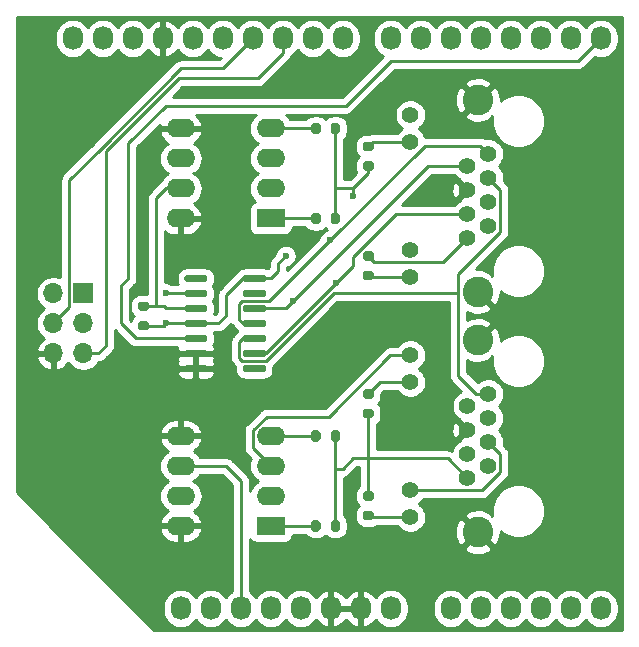
<source format=gtl>
G04 #@! TF.GenerationSoftware,KiCad,Pcbnew,(5.1.9)-1*
G04 #@! TF.CreationDate,2021-06-10T00:16:51+02:00*
G04 #@! TF.ProjectId,shield,73686965-6c64-42e6-9b69-6361645f7063,rev?*
G04 #@! TF.SameCoordinates,Original*
G04 #@! TF.FileFunction,Copper,L1,Top*
G04 #@! TF.FilePolarity,Positive*
%FSLAX46Y46*%
G04 Gerber Fmt 4.6, Leading zero omitted, Abs format (unit mm)*
G04 Created by KiCad (PCBNEW (5.1.9)-1) date 2021-06-10 00:16:51*
%MOMM*%
%LPD*%
G01*
G04 APERTURE LIST*
G04 #@! TA.AperFunction,ComponentPad*
%ADD10R,1.700000X1.700000*%
G04 #@! TD*
G04 #@! TA.AperFunction,ComponentPad*
%ADD11O,1.700000X1.700000*%
G04 #@! TD*
G04 #@! TA.AperFunction,ComponentPad*
%ADD12O,2.400000X1.600000*%
G04 #@! TD*
G04 #@! TA.AperFunction,ComponentPad*
%ADD13R,2.400000X1.600000*%
G04 #@! TD*
G04 #@! TA.AperFunction,ComponentPad*
%ADD14C,1.400000*%
G04 #@! TD*
G04 #@! TA.AperFunction,ComponentPad*
%ADD15C,2.600000*%
G04 #@! TD*
G04 #@! TA.AperFunction,ComponentPad*
%ADD16O,1.727200X2.032000*%
G04 #@! TD*
G04 #@! TA.AperFunction,ViaPad*
%ADD17C,0.600000*%
G04 #@! TD*
G04 #@! TA.AperFunction,Conductor*
%ADD18C,0.250000*%
G04 #@! TD*
G04 #@! TA.AperFunction,Conductor*
%ADD19C,0.254000*%
G04 #@! TD*
G04 #@! TA.AperFunction,Conductor*
%ADD20C,0.100000*%
G04 #@! TD*
G04 APERTURE END LIST*
D10*
X130683000Y-97155000D03*
D11*
X128143000Y-97155000D03*
X130683000Y-99695000D03*
X128143000Y-99695000D03*
X130683000Y-102235000D03*
X128143000Y-102235000D03*
G04 #@! TA.AperFunction,SMDPad,CuDef*
G36*
G01*
X144183000Y-96035000D02*
X144183000Y-95735000D01*
G75*
G02*
X144333000Y-95585000I150000J0D01*
G01*
X145983000Y-95585000D01*
G75*
G02*
X146133000Y-95735000I0J-150000D01*
G01*
X146133000Y-96035000D01*
G75*
G02*
X145983000Y-96185000I-150000J0D01*
G01*
X144333000Y-96185000D01*
G75*
G02*
X144183000Y-96035000I0J150000D01*
G01*
G37*
G04 #@! TD.AperFunction*
G04 #@! TA.AperFunction,SMDPad,CuDef*
G36*
G01*
X144183000Y-97305000D02*
X144183000Y-97005000D01*
G75*
G02*
X144333000Y-96855000I150000J0D01*
G01*
X145983000Y-96855000D01*
G75*
G02*
X146133000Y-97005000I0J-150000D01*
G01*
X146133000Y-97305000D01*
G75*
G02*
X145983000Y-97455000I-150000J0D01*
G01*
X144333000Y-97455000D01*
G75*
G02*
X144183000Y-97305000I0J150000D01*
G01*
G37*
G04 #@! TD.AperFunction*
G04 #@! TA.AperFunction,SMDPad,CuDef*
G36*
G01*
X144183000Y-98575000D02*
X144183000Y-98275000D01*
G75*
G02*
X144333000Y-98125000I150000J0D01*
G01*
X145983000Y-98125000D01*
G75*
G02*
X146133000Y-98275000I0J-150000D01*
G01*
X146133000Y-98575000D01*
G75*
G02*
X145983000Y-98725000I-150000J0D01*
G01*
X144333000Y-98725000D01*
G75*
G02*
X144183000Y-98575000I0J150000D01*
G01*
G37*
G04 #@! TD.AperFunction*
G04 #@! TA.AperFunction,SMDPad,CuDef*
G36*
G01*
X144183000Y-99845000D02*
X144183000Y-99545000D01*
G75*
G02*
X144333000Y-99395000I150000J0D01*
G01*
X145983000Y-99395000D01*
G75*
G02*
X146133000Y-99545000I0J-150000D01*
G01*
X146133000Y-99845000D01*
G75*
G02*
X145983000Y-99995000I-150000J0D01*
G01*
X144333000Y-99995000D01*
G75*
G02*
X144183000Y-99845000I0J150000D01*
G01*
G37*
G04 #@! TD.AperFunction*
G04 #@! TA.AperFunction,SMDPad,CuDef*
G36*
G01*
X144183000Y-101115000D02*
X144183000Y-100815000D01*
G75*
G02*
X144333000Y-100665000I150000J0D01*
G01*
X145983000Y-100665000D01*
G75*
G02*
X146133000Y-100815000I0J-150000D01*
G01*
X146133000Y-101115000D01*
G75*
G02*
X145983000Y-101265000I-150000J0D01*
G01*
X144333000Y-101265000D01*
G75*
G02*
X144183000Y-101115000I0J150000D01*
G01*
G37*
G04 #@! TD.AperFunction*
G04 #@! TA.AperFunction,SMDPad,CuDef*
G36*
G01*
X144183000Y-102385000D02*
X144183000Y-102085000D01*
G75*
G02*
X144333000Y-101935000I150000J0D01*
G01*
X145983000Y-101935000D01*
G75*
G02*
X146133000Y-102085000I0J-150000D01*
G01*
X146133000Y-102385000D01*
G75*
G02*
X145983000Y-102535000I-150000J0D01*
G01*
X144333000Y-102535000D01*
G75*
G02*
X144183000Y-102385000I0J150000D01*
G01*
G37*
G04 #@! TD.AperFunction*
G04 #@! TA.AperFunction,SMDPad,CuDef*
G36*
G01*
X144183000Y-103655000D02*
X144183000Y-103355000D01*
G75*
G02*
X144333000Y-103205000I150000J0D01*
G01*
X145983000Y-103205000D01*
G75*
G02*
X146133000Y-103355000I0J-150000D01*
G01*
X146133000Y-103655000D01*
G75*
G02*
X145983000Y-103805000I-150000J0D01*
G01*
X144333000Y-103805000D01*
G75*
G02*
X144183000Y-103655000I0J150000D01*
G01*
G37*
G04 #@! TD.AperFunction*
G04 #@! TA.AperFunction,SMDPad,CuDef*
G36*
G01*
X139233000Y-103655000D02*
X139233000Y-103355000D01*
G75*
G02*
X139383000Y-103205000I150000J0D01*
G01*
X141033000Y-103205000D01*
G75*
G02*
X141183000Y-103355000I0J-150000D01*
G01*
X141183000Y-103655000D01*
G75*
G02*
X141033000Y-103805000I-150000J0D01*
G01*
X139383000Y-103805000D01*
G75*
G02*
X139233000Y-103655000I0J150000D01*
G01*
G37*
G04 #@! TD.AperFunction*
G04 #@! TA.AperFunction,SMDPad,CuDef*
G36*
G01*
X139233000Y-102385000D02*
X139233000Y-102085000D01*
G75*
G02*
X139383000Y-101935000I150000J0D01*
G01*
X141033000Y-101935000D01*
G75*
G02*
X141183000Y-102085000I0J-150000D01*
G01*
X141183000Y-102385000D01*
G75*
G02*
X141033000Y-102535000I-150000J0D01*
G01*
X139383000Y-102535000D01*
G75*
G02*
X139233000Y-102385000I0J150000D01*
G01*
G37*
G04 #@! TD.AperFunction*
G04 #@! TA.AperFunction,SMDPad,CuDef*
G36*
G01*
X139233000Y-101115000D02*
X139233000Y-100815000D01*
G75*
G02*
X139383000Y-100665000I150000J0D01*
G01*
X141033000Y-100665000D01*
G75*
G02*
X141183000Y-100815000I0J-150000D01*
G01*
X141183000Y-101115000D01*
G75*
G02*
X141033000Y-101265000I-150000J0D01*
G01*
X139383000Y-101265000D01*
G75*
G02*
X139233000Y-101115000I0J150000D01*
G01*
G37*
G04 #@! TD.AperFunction*
G04 #@! TA.AperFunction,SMDPad,CuDef*
G36*
G01*
X139233000Y-99845000D02*
X139233000Y-99545000D01*
G75*
G02*
X139383000Y-99395000I150000J0D01*
G01*
X141033000Y-99395000D01*
G75*
G02*
X141183000Y-99545000I0J-150000D01*
G01*
X141183000Y-99845000D01*
G75*
G02*
X141033000Y-99995000I-150000J0D01*
G01*
X139383000Y-99995000D01*
G75*
G02*
X139233000Y-99845000I0J150000D01*
G01*
G37*
G04 #@! TD.AperFunction*
G04 #@! TA.AperFunction,SMDPad,CuDef*
G36*
G01*
X139233000Y-98575000D02*
X139233000Y-98275000D01*
G75*
G02*
X139383000Y-98125000I150000J0D01*
G01*
X141033000Y-98125000D01*
G75*
G02*
X141183000Y-98275000I0J-150000D01*
G01*
X141183000Y-98575000D01*
G75*
G02*
X141033000Y-98725000I-150000J0D01*
G01*
X139383000Y-98725000D01*
G75*
G02*
X139233000Y-98575000I0J150000D01*
G01*
G37*
G04 #@! TD.AperFunction*
G04 #@! TA.AperFunction,SMDPad,CuDef*
G36*
G01*
X139233000Y-97305000D02*
X139233000Y-97005000D01*
G75*
G02*
X139383000Y-96855000I150000J0D01*
G01*
X141033000Y-96855000D01*
G75*
G02*
X141183000Y-97005000I0J-150000D01*
G01*
X141183000Y-97305000D01*
G75*
G02*
X141033000Y-97455000I-150000J0D01*
G01*
X139383000Y-97455000D01*
G75*
G02*
X139233000Y-97305000I0J150000D01*
G01*
G37*
G04 #@! TD.AperFunction*
G04 #@! TA.AperFunction,SMDPad,CuDef*
G36*
G01*
X139233000Y-96035000D02*
X139233000Y-95735000D01*
G75*
G02*
X139383000Y-95585000I150000J0D01*
G01*
X141033000Y-95585000D01*
G75*
G02*
X141183000Y-95735000I0J-150000D01*
G01*
X141183000Y-96035000D01*
G75*
G02*
X141033000Y-96185000I-150000J0D01*
G01*
X139383000Y-96185000D01*
G75*
G02*
X139233000Y-96035000I0J150000D01*
G01*
G37*
G04 #@! TD.AperFunction*
G04 #@! TA.AperFunction,SMDPad,CuDef*
G36*
G01*
X155088000Y-106065000D02*
X154538000Y-106065000D01*
G75*
G02*
X154338000Y-105865000I0J200000D01*
G01*
X154338000Y-105465000D01*
G75*
G02*
X154538000Y-105265000I200000J0D01*
G01*
X155088000Y-105265000D01*
G75*
G02*
X155288000Y-105465000I0J-200000D01*
G01*
X155288000Y-105865000D01*
G75*
G02*
X155088000Y-106065000I-200000J0D01*
G01*
G37*
G04 #@! TD.AperFunction*
G04 #@! TA.AperFunction,SMDPad,CuDef*
G36*
G01*
X155088000Y-107715000D02*
X154538000Y-107715000D01*
G75*
G02*
X154338000Y-107515000I0J200000D01*
G01*
X154338000Y-107115000D01*
G75*
G02*
X154538000Y-106915000I200000J0D01*
G01*
X155088000Y-106915000D01*
G75*
G02*
X155288000Y-107115000I0J-200000D01*
G01*
X155288000Y-107515000D01*
G75*
G02*
X155088000Y-107715000I-200000J0D01*
G01*
G37*
G04 #@! TD.AperFunction*
G04 #@! TA.AperFunction,SMDPad,CuDef*
G36*
G01*
X154538000Y-115550000D02*
X155088000Y-115550000D01*
G75*
G02*
X155288000Y-115750000I0J-200000D01*
G01*
X155288000Y-116150000D01*
G75*
G02*
X155088000Y-116350000I-200000J0D01*
G01*
X154538000Y-116350000D01*
G75*
G02*
X154338000Y-116150000I0J200000D01*
G01*
X154338000Y-115750000D01*
G75*
G02*
X154538000Y-115550000I200000J0D01*
G01*
G37*
G04 #@! TD.AperFunction*
G04 #@! TA.AperFunction,SMDPad,CuDef*
G36*
G01*
X154538000Y-113900000D02*
X155088000Y-113900000D01*
G75*
G02*
X155288000Y-114100000I0J-200000D01*
G01*
X155288000Y-114500000D01*
G75*
G02*
X155088000Y-114700000I-200000J0D01*
G01*
X154538000Y-114700000D01*
G75*
G02*
X154338000Y-114500000I0J200000D01*
G01*
X154338000Y-114100000D01*
G75*
G02*
X154538000Y-113900000I200000J0D01*
G01*
G37*
G04 #@! TD.AperFunction*
G04 #@! TA.AperFunction,SMDPad,CuDef*
G36*
G01*
X150768000Y-108945000D02*
X150768000Y-109495000D01*
G75*
G02*
X150568000Y-109695000I-200000J0D01*
G01*
X150168000Y-109695000D01*
G75*
G02*
X149968000Y-109495000I0J200000D01*
G01*
X149968000Y-108945000D01*
G75*
G02*
X150168000Y-108745000I200000J0D01*
G01*
X150568000Y-108745000D01*
G75*
G02*
X150768000Y-108945000I0J-200000D01*
G01*
G37*
G04 #@! TD.AperFunction*
G04 #@! TA.AperFunction,SMDPad,CuDef*
G36*
G01*
X152418000Y-108945000D02*
X152418000Y-109495000D01*
G75*
G02*
X152218000Y-109695000I-200000J0D01*
G01*
X151818000Y-109695000D01*
G75*
G02*
X151618000Y-109495000I0J200000D01*
G01*
X151618000Y-108945000D01*
G75*
G02*
X151818000Y-108745000I200000J0D01*
G01*
X152218000Y-108745000D01*
G75*
G02*
X152418000Y-108945000I0J-200000D01*
G01*
G37*
G04 #@! TD.AperFunction*
G04 #@! TA.AperFunction,SMDPad,CuDef*
G36*
G01*
X150768000Y-116565000D02*
X150768000Y-117115000D01*
G75*
G02*
X150568000Y-117315000I-200000J0D01*
G01*
X150168000Y-117315000D01*
G75*
G02*
X149968000Y-117115000I0J200000D01*
G01*
X149968000Y-116565000D01*
G75*
G02*
X150168000Y-116365000I200000J0D01*
G01*
X150568000Y-116365000D01*
G75*
G02*
X150768000Y-116565000I0J-200000D01*
G01*
G37*
G04 #@! TD.AperFunction*
G04 #@! TA.AperFunction,SMDPad,CuDef*
G36*
G01*
X152418000Y-116565000D02*
X152418000Y-117115000D01*
G75*
G02*
X152218000Y-117315000I-200000J0D01*
G01*
X151818000Y-117315000D01*
G75*
G02*
X151618000Y-117115000I0J200000D01*
G01*
X151618000Y-116565000D01*
G75*
G02*
X151818000Y-116365000I200000J0D01*
G01*
X152218000Y-116365000D01*
G75*
G02*
X152418000Y-116565000I0J-200000D01*
G01*
G37*
G04 #@! TD.AperFunction*
G04 #@! TA.AperFunction,SMDPad,CuDef*
G36*
G01*
X155088000Y-85110000D02*
X154538000Y-85110000D01*
G75*
G02*
X154338000Y-84910000I0J200000D01*
G01*
X154338000Y-84510000D01*
G75*
G02*
X154538000Y-84310000I200000J0D01*
G01*
X155088000Y-84310000D01*
G75*
G02*
X155288000Y-84510000I0J-200000D01*
G01*
X155288000Y-84910000D01*
G75*
G02*
X155088000Y-85110000I-200000J0D01*
G01*
G37*
G04 #@! TD.AperFunction*
G04 #@! TA.AperFunction,SMDPad,CuDef*
G36*
G01*
X155088000Y-86760000D02*
X154538000Y-86760000D01*
G75*
G02*
X154338000Y-86560000I0J200000D01*
G01*
X154338000Y-86160000D01*
G75*
G02*
X154538000Y-85960000I200000J0D01*
G01*
X155088000Y-85960000D01*
G75*
G02*
X155288000Y-86160000I0J-200000D01*
G01*
X155288000Y-86560000D01*
G75*
G02*
X155088000Y-86760000I-200000J0D01*
G01*
G37*
G04 #@! TD.AperFunction*
G04 #@! TA.AperFunction,SMDPad,CuDef*
G36*
G01*
X154538000Y-95230000D02*
X155088000Y-95230000D01*
G75*
G02*
X155288000Y-95430000I0J-200000D01*
G01*
X155288000Y-95830000D01*
G75*
G02*
X155088000Y-96030000I-200000J0D01*
G01*
X154538000Y-96030000D01*
G75*
G02*
X154338000Y-95830000I0J200000D01*
G01*
X154338000Y-95430000D01*
G75*
G02*
X154538000Y-95230000I200000J0D01*
G01*
G37*
G04 #@! TD.AperFunction*
G04 #@! TA.AperFunction,SMDPad,CuDef*
G36*
G01*
X154538000Y-93580000D02*
X155088000Y-93580000D01*
G75*
G02*
X155288000Y-93780000I0J-200000D01*
G01*
X155288000Y-94180000D01*
G75*
G02*
X155088000Y-94380000I-200000J0D01*
G01*
X154538000Y-94380000D01*
G75*
G02*
X154338000Y-94180000I0J200000D01*
G01*
X154338000Y-93780000D01*
G75*
G02*
X154538000Y-93580000I200000J0D01*
G01*
G37*
G04 #@! TD.AperFunction*
G04 #@! TA.AperFunction,SMDPad,CuDef*
G36*
G01*
X150768000Y-82910000D02*
X150768000Y-83460000D01*
G75*
G02*
X150568000Y-83660000I-200000J0D01*
G01*
X150168000Y-83660000D01*
G75*
G02*
X149968000Y-83460000I0J200000D01*
G01*
X149968000Y-82910000D01*
G75*
G02*
X150168000Y-82710000I200000J0D01*
G01*
X150568000Y-82710000D01*
G75*
G02*
X150768000Y-82910000I0J-200000D01*
G01*
G37*
G04 #@! TD.AperFunction*
G04 #@! TA.AperFunction,SMDPad,CuDef*
G36*
G01*
X152418000Y-82910000D02*
X152418000Y-83460000D01*
G75*
G02*
X152218000Y-83660000I-200000J0D01*
G01*
X151818000Y-83660000D01*
G75*
G02*
X151618000Y-83460000I0J200000D01*
G01*
X151618000Y-82910000D01*
G75*
G02*
X151818000Y-82710000I200000J0D01*
G01*
X152218000Y-82710000D01*
G75*
G02*
X152418000Y-82910000I0J-200000D01*
G01*
G37*
G04 #@! TD.AperFunction*
G04 #@! TA.AperFunction,SMDPad,CuDef*
G36*
G01*
X136038000Y-98635000D02*
X135488000Y-98635000D01*
G75*
G02*
X135288000Y-98435000I0J200000D01*
G01*
X135288000Y-98035000D01*
G75*
G02*
X135488000Y-97835000I200000J0D01*
G01*
X136038000Y-97835000D01*
G75*
G02*
X136238000Y-98035000I0J-200000D01*
G01*
X136238000Y-98435000D01*
G75*
G02*
X136038000Y-98635000I-200000J0D01*
G01*
G37*
G04 #@! TD.AperFunction*
G04 #@! TA.AperFunction,SMDPad,CuDef*
G36*
G01*
X136038000Y-100285000D02*
X135488000Y-100285000D01*
G75*
G02*
X135288000Y-100085000I0J200000D01*
G01*
X135288000Y-99685000D01*
G75*
G02*
X135488000Y-99485000I200000J0D01*
G01*
X136038000Y-99485000D01*
G75*
G02*
X136238000Y-99685000I0J-200000D01*
G01*
X136238000Y-100085000D01*
G75*
G02*
X136038000Y-100285000I-200000J0D01*
G01*
G37*
G04 #@! TD.AperFunction*
G04 #@! TA.AperFunction,SMDPad,CuDef*
G36*
G01*
X150768000Y-90530000D02*
X150768000Y-91080000D01*
G75*
G02*
X150568000Y-91280000I-200000J0D01*
G01*
X150168000Y-91280000D01*
G75*
G02*
X149968000Y-91080000I0J200000D01*
G01*
X149968000Y-90530000D01*
G75*
G02*
X150168000Y-90330000I200000J0D01*
G01*
X150568000Y-90330000D01*
G75*
G02*
X150768000Y-90530000I0J-200000D01*
G01*
G37*
G04 #@! TD.AperFunction*
G04 #@! TA.AperFunction,SMDPad,CuDef*
G36*
G01*
X152418000Y-90530000D02*
X152418000Y-91080000D01*
G75*
G02*
X152218000Y-91280000I-200000J0D01*
G01*
X151818000Y-91280000D01*
G75*
G02*
X151618000Y-91080000I0J200000D01*
G01*
X151618000Y-90530000D01*
G75*
G02*
X151818000Y-90330000I200000J0D01*
G01*
X152218000Y-90330000D01*
G75*
G02*
X152418000Y-90530000I0J-200000D01*
G01*
G37*
G04 #@! TD.AperFunction*
D12*
X138938000Y-116840000D03*
X146558000Y-109220000D03*
X138938000Y-114300000D03*
X146558000Y-111760000D03*
X138938000Y-111760000D03*
X146558000Y-114300000D03*
X138938000Y-109220000D03*
D13*
X146558000Y-116840000D03*
D12*
X138938000Y-90805000D03*
X146558000Y-83185000D03*
X138938000Y-88265000D03*
X146558000Y-85725000D03*
X138938000Y-85725000D03*
X146558000Y-88265000D03*
X138938000Y-83185000D03*
D13*
X146558000Y-90805000D03*
D14*
X158373000Y-116090000D03*
X158373000Y-113800000D03*
X158373000Y-104660000D03*
X158373000Y-102370000D03*
X163193000Y-112800000D03*
X164973000Y-111780000D03*
X163193000Y-110760000D03*
X164973000Y-109740000D03*
X163193000Y-108720000D03*
X164973000Y-107700000D03*
X163193000Y-106680000D03*
X164973000Y-105660000D03*
D15*
X164083000Y-101100000D03*
X164083000Y-117360000D03*
D14*
X158373000Y-95760000D03*
X158373000Y-93470000D03*
X158373000Y-84330000D03*
X158373000Y-82040000D03*
X163193000Y-92470000D03*
X164973000Y-91450000D03*
X163193000Y-90430000D03*
X164973000Y-89410000D03*
X163193000Y-88390000D03*
X164973000Y-87370000D03*
X163193000Y-86350000D03*
X164973000Y-85330000D03*
D15*
X164083000Y-80770000D03*
X164083000Y-97030000D03*
D16*
X138938000Y-123825000D03*
X141478000Y-123825000D03*
X144018000Y-123825000D03*
X146558000Y-123825000D03*
X149098000Y-123825000D03*
X151638000Y-123825000D03*
X154178000Y-123825000D03*
X156718000Y-123825000D03*
X161798000Y-123825000D03*
X164338000Y-123825000D03*
X166878000Y-123825000D03*
X169418000Y-123825000D03*
X171958000Y-123825000D03*
X174498000Y-123825000D03*
X129794000Y-75565000D03*
X132334000Y-75565000D03*
X134874000Y-75565000D03*
X137414000Y-75565000D03*
X139954000Y-75565000D03*
X142494000Y-75565000D03*
X145034000Y-75565000D03*
X147574000Y-75565000D03*
X150114000Y-75565000D03*
X152654000Y-75565000D03*
X156718000Y-75565000D03*
X159258000Y-75565000D03*
X161798000Y-75565000D03*
X164338000Y-75565000D03*
X166878000Y-75565000D03*
X169418000Y-75565000D03*
X171958000Y-75565000D03*
X174498000Y-75565000D03*
D17*
X137668000Y-97155000D03*
X153543000Y-88900000D03*
X147828000Y-93980000D03*
X137668000Y-99695000D03*
X152060500Y-96307500D03*
X148463000Y-97790000D03*
X151574001Y-92646001D03*
D18*
X142748000Y-111760000D02*
X144018000Y-113030000D01*
X144018000Y-113030000D02*
X144018000Y-123825000D01*
X138938000Y-111760000D02*
X142748000Y-111760000D01*
X140208000Y-97155000D02*
X137668000Y-97155000D01*
X172593000Y-77470000D02*
X174498000Y-75565000D01*
X156718000Y-77470000D02*
X172593000Y-77470000D01*
X152908000Y-81280000D02*
X156718000Y-77470000D01*
X137668000Y-81280000D02*
X152908000Y-81280000D01*
X134493000Y-84455000D02*
X137668000Y-81280000D01*
X134493000Y-95885000D02*
X134493000Y-84455000D01*
X133858000Y-96520000D02*
X134493000Y-95885000D01*
X133858000Y-99695000D02*
X133858000Y-96520000D01*
X135128000Y-100965000D02*
X133858000Y-99695000D01*
X140208000Y-100965000D02*
X135128000Y-100965000D01*
X131953000Y-102235000D02*
X130683000Y-102235000D01*
X145476500Y-78928500D02*
X138749500Y-78928500D01*
X132588000Y-101600000D02*
X131953000Y-102235000D01*
X147574000Y-75565000D02*
X147574000Y-76831000D01*
X138749500Y-78928500D02*
X132588000Y-85090000D01*
X147574000Y-76831000D02*
X145476500Y-78928500D01*
X132588000Y-85090000D02*
X132588000Y-101600000D01*
X138936589Y-78105000D02*
X142494000Y-78105000D01*
X142494000Y-78105000D02*
X145034000Y-75565000D01*
X132137989Y-84905011D02*
X132137989Y-84903600D01*
X132137989Y-84903600D02*
X138936589Y-78105000D01*
X129507999Y-87535001D02*
X132137989Y-84905011D01*
X129507999Y-98330001D02*
X129507999Y-87535001D01*
X128143000Y-99695000D02*
X129507999Y-98330001D01*
X154943000Y-95760000D02*
X154813000Y-95630000D01*
X158373000Y-95760000D02*
X154943000Y-95760000D01*
X155193000Y-84330000D02*
X154813000Y-84710000D01*
X158373000Y-84330000D02*
X155193000Y-84330000D01*
X161167999Y-94495001D02*
X163193000Y-92470000D01*
X155328001Y-94495001D02*
X161167999Y-94495001D01*
X154813000Y-93980000D02*
X155328001Y-94495001D01*
X154813000Y-86360000D02*
X154813000Y-86995000D01*
X154813000Y-86995000D02*
X153798000Y-88010000D01*
X152018000Y-88010000D02*
X152018000Y-90805000D01*
X152018000Y-83185000D02*
X152018000Y-88010000D01*
X153543000Y-88265000D02*
X153798000Y-88010000D01*
X153543000Y-88900000D02*
X153543000Y-88265000D01*
X152018000Y-88265000D02*
X152018000Y-88010000D01*
X153543000Y-88265000D02*
X152018000Y-88265000D01*
X135763000Y-99885000D02*
X137478000Y-99885000D01*
X137668000Y-99695000D02*
X140208000Y-99695000D01*
X137478000Y-99885000D02*
X137668000Y-99695000D01*
X147828000Y-93980000D02*
X147193000Y-94615000D01*
X147193000Y-94615000D02*
X147193000Y-95250000D01*
X146558000Y-95885000D02*
X145158000Y-95885000D01*
X147193000Y-95250000D02*
X146558000Y-95885000D01*
X144183000Y-95885000D02*
X142748000Y-97320000D01*
X145158000Y-95885000D02*
X144183000Y-95885000D01*
X142748000Y-97320000D02*
X142748000Y-99060000D01*
X142113000Y-99695000D02*
X140208000Y-99695000D01*
X142748000Y-99060000D02*
X142113000Y-99695000D01*
X157145522Y-90430000D02*
X163193000Y-90430000D01*
X153543000Y-94032522D02*
X157145522Y-90430000D01*
X153543000Y-94825000D02*
X153543000Y-94032522D01*
X145158000Y-102235000D02*
X146133000Y-102235000D01*
X152060500Y-96307500D02*
X153543000Y-94825000D01*
X146133000Y-102235000D02*
X152060500Y-96307500D01*
X165998001Y-91942001D02*
X165998001Y-88395001D01*
X165998001Y-88395001D02*
X164973000Y-87370000D01*
X164973000Y-105660000D02*
X163953000Y-105660000D01*
X162433000Y-95507002D02*
X162561501Y-95378501D01*
X162561501Y-95378501D02*
X165998001Y-91942001D01*
X163953000Y-105660000D02*
X162433000Y-104140000D01*
X144183000Y-100965000D02*
X145158000Y-100965000D01*
X143857990Y-101290010D02*
X144183000Y-100965000D01*
X144136242Y-102860010D02*
X143857990Y-102581758D01*
X143857990Y-102581758D02*
X143857990Y-101290010D01*
X146179758Y-102860010D02*
X144136242Y-102860010D01*
X151884768Y-97155000D02*
X146179758Y-102860010D01*
X162433000Y-97155000D02*
X151884768Y-97155000D01*
X162433000Y-104140000D02*
X162433000Y-97155000D01*
X162433000Y-97155000D02*
X162433000Y-95507002D01*
X159903000Y-86350000D02*
X163193000Y-86350000D01*
X145158000Y-98425000D02*
X147828000Y-98425000D01*
X148463000Y-97790000D02*
X159903000Y-86350000D01*
X147828000Y-98425000D02*
X148463000Y-97790000D01*
X164273001Y-84630001D02*
X164973000Y-85330000D01*
X159590001Y-84630001D02*
X164273001Y-84630001D01*
X144136242Y-97799990D02*
X146420012Y-97799990D01*
X143857990Y-98078242D02*
X144136242Y-97799990D01*
X143857990Y-99369990D02*
X143857990Y-98078242D01*
X144183000Y-99695000D02*
X143857990Y-99369990D01*
X145158000Y-99695000D02*
X144183000Y-99695000D01*
X151574001Y-92646001D02*
X159590001Y-84630001D01*
X146420012Y-97799990D02*
X151574001Y-92646001D01*
X154953000Y-116090000D02*
X154813000Y-115950000D01*
X158373000Y-116090000D02*
X154953000Y-116090000D01*
X158398001Y-113825001D02*
X158373000Y-113800000D01*
X164445001Y-113825001D02*
X158398001Y-113825001D01*
X165998001Y-112272001D02*
X164445001Y-113825001D01*
X165998001Y-110765001D02*
X165998001Y-112272001D01*
X164973000Y-109740000D02*
X165998001Y-110765001D01*
X145032990Y-110234990D02*
X146558000Y-111760000D01*
X145032990Y-108754006D02*
X145032990Y-110234990D01*
X151446027Y-107589498D02*
X146197498Y-107589498D01*
X156665525Y-102370000D02*
X151446027Y-107589498D01*
X146197498Y-107589498D02*
X145032990Y-108754006D01*
X158373000Y-102370000D02*
X156665525Y-102370000D01*
X155818000Y-104660000D02*
X154813000Y-105665000D01*
X158373000Y-104660000D02*
X155818000Y-104660000D01*
X152018000Y-112015000D02*
X152653000Y-112015000D01*
X152018000Y-116840000D02*
X152018000Y-112015000D01*
X152018000Y-112015000D02*
X152018000Y-109220000D01*
X153543000Y-111125000D02*
X154813000Y-111125000D01*
X152653000Y-112015000D02*
X153543000Y-111125000D01*
X154813000Y-111125000D02*
X154813000Y-114300000D01*
X154813000Y-107315000D02*
X154813000Y-111125000D01*
X161518000Y-111125000D02*
X154813000Y-111125000D01*
X163193000Y-112800000D02*
X161518000Y-111125000D01*
X150368000Y-83185000D02*
X146558000Y-83185000D01*
X140208000Y-98425000D02*
X137668000Y-98425000D01*
X137668000Y-98425000D02*
X137478000Y-98235000D01*
X136843000Y-98235000D02*
X136843000Y-89090000D01*
X137478000Y-98235000D02*
X136843000Y-98235000D01*
X136843000Y-98235000D02*
X135763000Y-98235000D01*
X137668000Y-88265000D02*
X138938000Y-88265000D01*
X136843000Y-89090000D02*
X137668000Y-88265000D01*
X150368000Y-90805000D02*
X146558000Y-90805000D01*
X150368000Y-109220000D02*
X146558000Y-109220000D01*
X146558000Y-116840000D02*
X150368000Y-116840000D01*
D19*
X176328000Y-86013876D02*
X176328001Y-86013886D01*
X176328000Y-123859876D01*
X176328001Y-123859886D01*
X176328000Y-125655000D01*
X136692091Y-125655000D01*
X128226130Y-117189039D01*
X137146096Y-117189039D01*
X137163633Y-117271818D01*
X137274285Y-117531646D01*
X137433500Y-117764895D01*
X137635161Y-117962601D01*
X137871517Y-118117166D01*
X138133486Y-118222650D01*
X138411000Y-118275000D01*
X138811000Y-118275000D01*
X138811000Y-116967000D01*
X139065000Y-116967000D01*
X139065000Y-118275000D01*
X139465000Y-118275000D01*
X139742514Y-118222650D01*
X140004483Y-118117166D01*
X140240839Y-117962601D01*
X140442500Y-117764895D01*
X140601715Y-117531646D01*
X140712367Y-117271818D01*
X140729904Y-117189039D01*
X140607915Y-116967000D01*
X139065000Y-116967000D01*
X138811000Y-116967000D01*
X137268085Y-116967000D01*
X137146096Y-117189039D01*
X128226130Y-117189039D01*
X125043000Y-114005909D01*
X125043000Y-108870961D01*
X137146096Y-108870961D01*
X137268085Y-109093000D01*
X138811000Y-109093000D01*
X138811000Y-107785000D01*
X139065000Y-107785000D01*
X139065000Y-109093000D01*
X140607915Y-109093000D01*
X140729904Y-108870961D01*
X140712367Y-108788182D01*
X140601715Y-108528354D01*
X140442500Y-108295105D01*
X140240839Y-108097399D01*
X140004483Y-107942834D01*
X139742514Y-107837350D01*
X139465000Y-107785000D01*
X139065000Y-107785000D01*
X138811000Y-107785000D01*
X138411000Y-107785000D01*
X138133486Y-107837350D01*
X137871517Y-107942834D01*
X137635161Y-108097399D01*
X137433500Y-108295105D01*
X137274285Y-108528354D01*
X137163633Y-108788182D01*
X137146096Y-108870961D01*
X125043000Y-108870961D01*
X125043000Y-103805000D01*
X138594928Y-103805000D01*
X138607188Y-103929482D01*
X138643498Y-104049180D01*
X138702463Y-104159494D01*
X138781815Y-104256185D01*
X138878506Y-104335537D01*
X138988820Y-104394502D01*
X139108518Y-104430812D01*
X139233000Y-104443072D01*
X139922250Y-104440000D01*
X140081000Y-104281250D01*
X140081000Y-103632000D01*
X140335000Y-103632000D01*
X140335000Y-104281250D01*
X140493750Y-104440000D01*
X141183000Y-104443072D01*
X141307482Y-104430812D01*
X141427180Y-104394502D01*
X141537494Y-104335537D01*
X141634185Y-104256185D01*
X141713537Y-104159494D01*
X141772502Y-104049180D01*
X141808812Y-103929482D01*
X141821072Y-103805000D01*
X141818000Y-103790750D01*
X141659250Y-103632000D01*
X140335000Y-103632000D01*
X140081000Y-103632000D01*
X138756750Y-103632000D01*
X138598000Y-103790750D01*
X138594928Y-103805000D01*
X125043000Y-103805000D01*
X125043000Y-102591890D01*
X126701524Y-102591890D01*
X126746175Y-102739099D01*
X126871359Y-103001920D01*
X127045412Y-103235269D01*
X127261645Y-103430178D01*
X127511748Y-103579157D01*
X127786109Y-103676481D01*
X128016000Y-103555814D01*
X128016000Y-102362000D01*
X126822845Y-102362000D01*
X126701524Y-102591890D01*
X125043000Y-102591890D01*
X125043000Y-97008740D01*
X126658000Y-97008740D01*
X126658000Y-97301260D01*
X126715068Y-97588158D01*
X126827010Y-97858411D01*
X126989525Y-98101632D01*
X127196368Y-98308475D01*
X127370760Y-98425000D01*
X127196368Y-98541525D01*
X126989525Y-98748368D01*
X126827010Y-98991589D01*
X126715068Y-99261842D01*
X126658000Y-99548740D01*
X126658000Y-99841260D01*
X126715068Y-100128158D01*
X126827010Y-100398411D01*
X126989525Y-100641632D01*
X127196368Y-100848475D01*
X127378534Y-100970195D01*
X127261645Y-101039822D01*
X127045412Y-101234731D01*
X126871359Y-101468080D01*
X126746175Y-101730901D01*
X126701524Y-101878110D01*
X126822845Y-102108000D01*
X128016000Y-102108000D01*
X128016000Y-102088000D01*
X128270000Y-102088000D01*
X128270000Y-102108000D01*
X128290000Y-102108000D01*
X128290000Y-102362000D01*
X128270000Y-102362000D01*
X128270000Y-103555814D01*
X128499891Y-103676481D01*
X128774252Y-103579157D01*
X129024355Y-103430178D01*
X129240588Y-103235269D01*
X129411900Y-103005594D01*
X129529525Y-103181632D01*
X129736368Y-103388475D01*
X129979589Y-103550990D01*
X130249842Y-103662932D01*
X130536740Y-103720000D01*
X130829260Y-103720000D01*
X131116158Y-103662932D01*
X131386411Y-103550990D01*
X131629632Y-103388475D01*
X131836475Y-103181632D01*
X131959125Y-102998073D01*
X131990322Y-102995000D01*
X131990333Y-102995000D01*
X132101986Y-102984003D01*
X132245247Y-102940546D01*
X132377276Y-102869974D01*
X132493001Y-102775001D01*
X132516803Y-102745998D01*
X132727801Y-102535000D01*
X138594928Y-102535000D01*
X138607188Y-102659482D01*
X138643498Y-102779180D01*
X138692043Y-102870000D01*
X138643498Y-102960820D01*
X138607188Y-103080518D01*
X138594928Y-103205000D01*
X138598000Y-103219250D01*
X138756750Y-103378000D01*
X140081000Y-103378000D01*
X140081000Y-102362000D01*
X140335000Y-102362000D01*
X140335000Y-103378000D01*
X141659250Y-103378000D01*
X141818000Y-103219250D01*
X141821072Y-103205000D01*
X141808812Y-103080518D01*
X141772502Y-102960820D01*
X141723957Y-102870000D01*
X141772502Y-102779180D01*
X141808812Y-102659482D01*
X141821072Y-102535000D01*
X141818000Y-102520750D01*
X141659250Y-102362000D01*
X140335000Y-102362000D01*
X140081000Y-102362000D01*
X138756750Y-102362000D01*
X138598000Y-102520750D01*
X138594928Y-102535000D01*
X132727801Y-102535000D01*
X133099002Y-102163800D01*
X133128001Y-102140001D01*
X133222974Y-102024276D01*
X133293546Y-101892247D01*
X133337003Y-101748986D01*
X133348000Y-101637333D01*
X133351677Y-101600000D01*
X133348000Y-101562667D01*
X133348000Y-100259801D01*
X134564200Y-101476002D01*
X134587999Y-101505001D01*
X134703724Y-101599974D01*
X134835753Y-101670546D01*
X134979014Y-101714003D01*
X135090667Y-101725000D01*
X135090676Y-101725000D01*
X135127999Y-101728676D01*
X135165322Y-101725000D01*
X138633130Y-101725000D01*
X138607188Y-101810518D01*
X138594928Y-101935000D01*
X138598000Y-101949250D01*
X138756750Y-102108000D01*
X140081000Y-102108000D01*
X140081000Y-102088000D01*
X140335000Y-102088000D01*
X140335000Y-102108000D01*
X141659250Y-102108000D01*
X141818000Y-101949250D01*
X141821072Y-101935000D01*
X141808812Y-101810518D01*
X141772502Y-101690820D01*
X141713537Y-101580506D01*
X141689270Y-101550936D01*
X141761084Y-101416582D01*
X141805929Y-101268745D01*
X141821072Y-101115000D01*
X141821072Y-100815000D01*
X141805929Y-100661255D01*
X141761084Y-100513418D01*
X141729859Y-100455000D01*
X142075678Y-100455000D01*
X142113000Y-100458676D01*
X142150322Y-100455000D01*
X142150333Y-100455000D01*
X142261986Y-100444003D01*
X142405247Y-100400546D01*
X142537276Y-100329974D01*
X142653001Y-100235001D01*
X142676803Y-100205998D01*
X143176173Y-99706629D01*
X143223016Y-99794266D01*
X143261583Y-99841260D01*
X143317989Y-99909991D01*
X143346993Y-99933794D01*
X143619196Y-100205997D01*
X143642999Y-100235001D01*
X143659350Y-100248420D01*
X143677742Y-100282829D01*
X143716454Y-100330000D01*
X143677742Y-100377171D01*
X143659350Y-100411580D01*
X143642999Y-100424999D01*
X143619196Y-100454003D01*
X143346988Y-100726211D01*
X143317990Y-100750009D01*
X143294192Y-100779007D01*
X143294191Y-100779008D01*
X143223016Y-100865734D01*
X143152444Y-100997764D01*
X143108988Y-101141025D01*
X143094314Y-101290010D01*
X143097991Y-101327342D01*
X143097990Y-102544435D01*
X143094314Y-102581758D01*
X143097990Y-102619080D01*
X143097990Y-102619090D01*
X143108987Y-102730743D01*
X143136921Y-102822829D01*
X143152444Y-102874004D01*
X143223016Y-103006034D01*
X143262861Y-103054584D01*
X143317989Y-103121759D01*
X143346993Y-103145562D01*
X143545959Y-103344528D01*
X143544928Y-103355000D01*
X143544928Y-103655000D01*
X143560071Y-103808745D01*
X143604916Y-103956582D01*
X143677742Y-104092829D01*
X143775749Y-104212251D01*
X143895171Y-104310258D01*
X144031418Y-104383084D01*
X144179255Y-104427929D01*
X144333000Y-104443072D01*
X145983000Y-104443072D01*
X146136745Y-104427929D01*
X146284582Y-104383084D01*
X146420829Y-104310258D01*
X146540251Y-104212251D01*
X146638258Y-104092829D01*
X146711084Y-103956582D01*
X146755929Y-103808745D01*
X146771072Y-103655000D01*
X146771072Y-103355000D01*
X146770041Y-103344528D01*
X152199570Y-97915000D01*
X161673001Y-97915000D01*
X161673000Y-104102677D01*
X161669324Y-104140000D01*
X161673000Y-104177322D01*
X161673000Y-104177332D01*
X161683997Y-104288985D01*
X161727019Y-104430812D01*
X161727454Y-104432246D01*
X161798026Y-104564276D01*
X161837871Y-104612826D01*
X161892999Y-104680001D01*
X161922003Y-104703804D01*
X162669886Y-105451688D01*
X162560641Y-105496939D01*
X162341987Y-105643038D01*
X162156038Y-105828987D01*
X162009939Y-106047641D01*
X161909304Y-106290595D01*
X161858000Y-106548514D01*
X161858000Y-106811486D01*
X161909304Y-107069405D01*
X162009939Y-107312359D01*
X162156038Y-107531013D01*
X162341987Y-107716962D01*
X162453229Y-107791291D01*
X162451336Y-107798731D01*
X163193000Y-108540395D01*
X163207143Y-108526253D01*
X163386748Y-108705858D01*
X163372605Y-108720000D01*
X163386748Y-108734143D01*
X163207143Y-108913748D01*
X163193000Y-108899605D01*
X162451336Y-109641269D01*
X162453229Y-109648709D01*
X162341987Y-109723038D01*
X162156038Y-109908987D01*
X162009939Y-110127641D01*
X161909304Y-110370595D01*
X161890999Y-110462618D01*
X161810247Y-110419454D01*
X161666986Y-110375997D01*
X161555333Y-110365000D01*
X161555322Y-110365000D01*
X161518000Y-110361324D01*
X161480678Y-110365000D01*
X155573000Y-110365000D01*
X155573000Y-108794473D01*
X161853610Y-108794473D01*
X161893875Y-109054344D01*
X161984065Y-109301366D01*
X162037963Y-109402203D01*
X162271731Y-109461664D01*
X163013395Y-108720000D01*
X162271731Y-107978336D01*
X162037963Y-108037797D01*
X161927066Y-108276242D01*
X161864817Y-108531740D01*
X161853610Y-108794473D01*
X155573000Y-108794473D01*
X155573000Y-108195916D01*
X155680606Y-108107606D01*
X155784831Y-107980608D01*
X155862278Y-107835716D01*
X155909969Y-107678500D01*
X155926072Y-107515000D01*
X155926072Y-107115000D01*
X155909969Y-106951500D01*
X155862278Y-106794284D01*
X155784831Y-106649392D01*
X155680606Y-106522394D01*
X155641134Y-106490000D01*
X155680606Y-106457606D01*
X155784831Y-106330608D01*
X155862278Y-106185716D01*
X155909969Y-106028500D01*
X155926072Y-105865000D01*
X155926072Y-105626730D01*
X156132802Y-105420000D01*
X157275225Y-105420000D01*
X157336038Y-105511013D01*
X157521987Y-105696962D01*
X157740641Y-105843061D01*
X157983595Y-105943696D01*
X158241514Y-105995000D01*
X158504486Y-105995000D01*
X158762405Y-105943696D01*
X159005359Y-105843061D01*
X159224013Y-105696962D01*
X159409962Y-105511013D01*
X159556061Y-105292359D01*
X159656696Y-105049405D01*
X159708000Y-104791486D01*
X159708000Y-104528514D01*
X159656696Y-104270595D01*
X159556061Y-104027641D01*
X159409962Y-103808987D01*
X159224013Y-103623038D01*
X159062322Y-103515000D01*
X159224013Y-103406962D01*
X159409962Y-103221013D01*
X159556061Y-103002359D01*
X159656696Y-102759405D01*
X159708000Y-102501486D01*
X159708000Y-102238514D01*
X159656696Y-101980595D01*
X159556061Y-101737641D01*
X159409962Y-101518987D01*
X159224013Y-101333038D01*
X159005359Y-101186939D01*
X158762405Y-101086304D01*
X158504486Y-101035000D01*
X158241514Y-101035000D01*
X157983595Y-101086304D01*
X157740641Y-101186939D01*
X157521987Y-101333038D01*
X157336038Y-101518987D01*
X157275225Y-101610000D01*
X156702848Y-101610000D01*
X156665525Y-101606324D01*
X156628202Y-101610000D01*
X156628192Y-101610000D01*
X156516539Y-101620997D01*
X156373278Y-101664454D01*
X156241249Y-101735026D01*
X156125524Y-101829999D01*
X156101726Y-101858997D01*
X151131226Y-106829498D01*
X146234820Y-106829498D01*
X146197497Y-106825822D01*
X146160175Y-106829498D01*
X146160165Y-106829498D01*
X146048512Y-106840495D01*
X145905251Y-106883952D01*
X145773221Y-106954524D01*
X145690085Y-107022753D01*
X145657497Y-107049497D01*
X145633699Y-107078495D01*
X144521993Y-108190202D01*
X144492989Y-108214005D01*
X144464952Y-108248169D01*
X144398016Y-108329730D01*
X144385485Y-108353174D01*
X144327444Y-108461760D01*
X144283987Y-108605021D01*
X144272990Y-108716674D01*
X144272990Y-108716684D01*
X144269314Y-108754006D01*
X144272990Y-108791329D01*
X144272991Y-110197658D01*
X144269314Y-110234990D01*
X144283988Y-110383975D01*
X144327444Y-110527236D01*
X144398016Y-110659266D01*
X144454153Y-110727668D01*
X144492990Y-110774991D01*
X144521988Y-110798789D01*
X144862592Y-111139393D01*
X144825818Y-111208192D01*
X144743764Y-111478691D01*
X144716057Y-111760000D01*
X144743764Y-112041309D01*
X144825818Y-112311808D01*
X144959068Y-112561101D01*
X145138392Y-112779608D01*
X145356899Y-112958932D01*
X145489858Y-113030000D01*
X145356899Y-113101068D01*
X145138392Y-113280392D01*
X144959068Y-113498899D01*
X144825818Y-113748192D01*
X144778000Y-113905829D01*
X144778000Y-113067322D01*
X144781676Y-113029999D01*
X144778000Y-112992676D01*
X144778000Y-112992667D01*
X144767003Y-112881014D01*
X144723546Y-112737753D01*
X144652974Y-112605724D01*
X144558001Y-112489999D01*
X144529004Y-112466202D01*
X143311804Y-111249003D01*
X143288001Y-111219999D01*
X143172276Y-111125026D01*
X143040247Y-111054454D01*
X142896986Y-111010997D01*
X142785333Y-111000000D01*
X142785322Y-111000000D01*
X142748000Y-110996324D01*
X142710678Y-111000000D01*
X140558901Y-111000000D01*
X140536932Y-110958899D01*
X140357608Y-110740392D01*
X140139101Y-110561068D01*
X140011259Y-110492735D01*
X140240839Y-110342601D01*
X140442500Y-110144895D01*
X140601715Y-109911646D01*
X140712367Y-109651818D01*
X140729904Y-109569039D01*
X140607915Y-109347000D01*
X139065000Y-109347000D01*
X139065000Y-109367000D01*
X138811000Y-109367000D01*
X138811000Y-109347000D01*
X137268085Y-109347000D01*
X137146096Y-109569039D01*
X137163633Y-109651818D01*
X137274285Y-109911646D01*
X137433500Y-110144895D01*
X137635161Y-110342601D01*
X137864741Y-110492735D01*
X137736899Y-110561068D01*
X137518392Y-110740392D01*
X137339068Y-110958899D01*
X137205818Y-111208192D01*
X137123764Y-111478691D01*
X137096057Y-111760000D01*
X137123764Y-112041309D01*
X137205818Y-112311808D01*
X137339068Y-112561101D01*
X137518392Y-112779608D01*
X137736899Y-112958932D01*
X137869858Y-113030000D01*
X137736899Y-113101068D01*
X137518392Y-113280392D01*
X137339068Y-113498899D01*
X137205818Y-113748192D01*
X137123764Y-114018691D01*
X137096057Y-114300000D01*
X137123764Y-114581309D01*
X137205818Y-114851808D01*
X137339068Y-115101101D01*
X137518392Y-115319608D01*
X137736899Y-115498932D01*
X137864741Y-115567265D01*
X137635161Y-115717399D01*
X137433500Y-115915105D01*
X137274285Y-116148354D01*
X137163633Y-116408182D01*
X137146096Y-116490961D01*
X137268085Y-116713000D01*
X138811000Y-116713000D01*
X138811000Y-116693000D01*
X139065000Y-116693000D01*
X139065000Y-116713000D01*
X140607915Y-116713000D01*
X140729904Y-116490961D01*
X140712367Y-116408182D01*
X140601715Y-116148354D01*
X140442500Y-115915105D01*
X140240839Y-115717399D01*
X140011259Y-115567265D01*
X140139101Y-115498932D01*
X140357608Y-115319608D01*
X140536932Y-115101101D01*
X140670182Y-114851808D01*
X140752236Y-114581309D01*
X140779943Y-114300000D01*
X140752236Y-114018691D01*
X140670182Y-113748192D01*
X140536932Y-113498899D01*
X140357608Y-113280392D01*
X140139101Y-113101068D01*
X140006142Y-113030000D01*
X140139101Y-112958932D01*
X140357608Y-112779608D01*
X140536932Y-112561101D01*
X140558901Y-112520000D01*
X142433199Y-112520000D01*
X143258000Y-113344802D01*
X143258001Y-122379584D01*
X143181394Y-122420531D01*
X142953203Y-122607803D01*
X142765931Y-122835995D01*
X142748000Y-122869541D01*
X142730069Y-122835994D01*
X142542797Y-122607803D01*
X142314605Y-122420531D01*
X142054263Y-122281375D01*
X141771776Y-122195684D01*
X141478000Y-122166749D01*
X141184223Y-122195684D01*
X140901736Y-122281375D01*
X140641394Y-122420531D01*
X140413203Y-122607803D01*
X140225931Y-122835995D01*
X140208000Y-122869541D01*
X140190069Y-122835994D01*
X140002797Y-122607803D01*
X139774605Y-122420531D01*
X139514263Y-122281375D01*
X139231776Y-122195684D01*
X138938000Y-122166749D01*
X138644223Y-122195684D01*
X138361736Y-122281375D01*
X138101394Y-122420531D01*
X137873203Y-122607803D01*
X137685931Y-122835995D01*
X137546775Y-123096337D01*
X137461084Y-123378824D01*
X137439400Y-123598982D01*
X137439400Y-124051019D01*
X137461084Y-124271177D01*
X137546775Y-124553664D01*
X137685931Y-124814006D01*
X137873203Y-125042197D01*
X138101395Y-125229469D01*
X138361737Y-125368625D01*
X138644224Y-125454316D01*
X138938000Y-125483251D01*
X139231777Y-125454316D01*
X139514264Y-125368625D01*
X139774606Y-125229469D01*
X140002797Y-125042197D01*
X140190069Y-124814006D01*
X140208000Y-124780459D01*
X140225931Y-124814006D01*
X140413203Y-125042197D01*
X140641395Y-125229469D01*
X140901737Y-125368625D01*
X141184224Y-125454316D01*
X141478000Y-125483251D01*
X141771777Y-125454316D01*
X142054264Y-125368625D01*
X142314606Y-125229469D01*
X142542797Y-125042197D01*
X142730069Y-124814006D01*
X142748000Y-124780459D01*
X142765931Y-124814006D01*
X142953203Y-125042197D01*
X143181395Y-125229469D01*
X143441737Y-125368625D01*
X143724224Y-125454316D01*
X144018000Y-125483251D01*
X144311777Y-125454316D01*
X144594264Y-125368625D01*
X144854606Y-125229469D01*
X145082797Y-125042197D01*
X145270069Y-124814006D01*
X145288000Y-124780459D01*
X145305931Y-124814006D01*
X145493203Y-125042197D01*
X145721395Y-125229469D01*
X145981737Y-125368625D01*
X146264224Y-125454316D01*
X146558000Y-125483251D01*
X146851777Y-125454316D01*
X147134264Y-125368625D01*
X147394606Y-125229469D01*
X147622797Y-125042197D01*
X147810069Y-124814006D01*
X147828000Y-124780459D01*
X147845931Y-124814006D01*
X148033203Y-125042197D01*
X148261395Y-125229469D01*
X148521737Y-125368625D01*
X148804224Y-125454316D01*
X149098000Y-125483251D01*
X149391777Y-125454316D01*
X149674264Y-125368625D01*
X149934606Y-125229469D01*
X150162797Y-125042197D01*
X150350069Y-124814006D01*
X150371424Y-124774053D01*
X150519514Y-124976729D01*
X150735965Y-125175733D01*
X150987081Y-125328686D01*
X151263211Y-125429709D01*
X151278974Y-125432358D01*
X151511000Y-125311217D01*
X151511000Y-123952000D01*
X151765000Y-123952000D01*
X151765000Y-125311217D01*
X151997026Y-125432358D01*
X152012789Y-125429709D01*
X152288919Y-125328686D01*
X152540035Y-125175733D01*
X152756486Y-124976729D01*
X152908000Y-124769367D01*
X153059514Y-124976729D01*
X153275965Y-125175733D01*
X153527081Y-125328686D01*
X153803211Y-125429709D01*
X153818974Y-125432358D01*
X154051000Y-125311217D01*
X154051000Y-123952000D01*
X151765000Y-123952000D01*
X151511000Y-123952000D01*
X151491000Y-123952000D01*
X151491000Y-123698000D01*
X151511000Y-123698000D01*
X151511000Y-122338783D01*
X151765000Y-122338783D01*
X151765000Y-123698000D01*
X154051000Y-123698000D01*
X154051000Y-122338783D01*
X154305000Y-122338783D01*
X154305000Y-123698000D01*
X154325000Y-123698000D01*
X154325000Y-123952000D01*
X154305000Y-123952000D01*
X154305000Y-125311217D01*
X154537026Y-125432358D01*
X154552789Y-125429709D01*
X154828919Y-125328686D01*
X155080035Y-125175733D01*
X155296486Y-124976729D01*
X155444576Y-124774053D01*
X155465931Y-124814006D01*
X155653203Y-125042197D01*
X155881395Y-125229469D01*
X156141737Y-125368625D01*
X156424224Y-125454316D01*
X156718000Y-125483251D01*
X157011777Y-125454316D01*
X157294264Y-125368625D01*
X157554606Y-125229469D01*
X157782797Y-125042197D01*
X157970069Y-124814006D01*
X158109225Y-124553663D01*
X158194916Y-124271176D01*
X158216600Y-124051018D01*
X158216600Y-123598982D01*
X160299400Y-123598982D01*
X160299400Y-124051019D01*
X160321084Y-124271177D01*
X160406775Y-124553664D01*
X160545931Y-124814006D01*
X160733203Y-125042197D01*
X160961395Y-125229469D01*
X161221737Y-125368625D01*
X161504224Y-125454316D01*
X161798000Y-125483251D01*
X162091777Y-125454316D01*
X162374264Y-125368625D01*
X162634606Y-125229469D01*
X162862797Y-125042197D01*
X163050069Y-124814006D01*
X163068000Y-124780459D01*
X163085931Y-124814006D01*
X163273203Y-125042197D01*
X163501395Y-125229469D01*
X163761737Y-125368625D01*
X164044224Y-125454316D01*
X164338000Y-125483251D01*
X164631777Y-125454316D01*
X164914264Y-125368625D01*
X165174606Y-125229469D01*
X165402797Y-125042197D01*
X165590069Y-124814006D01*
X165608000Y-124780459D01*
X165625931Y-124814006D01*
X165813203Y-125042197D01*
X166041395Y-125229469D01*
X166301737Y-125368625D01*
X166584224Y-125454316D01*
X166878000Y-125483251D01*
X167171777Y-125454316D01*
X167454264Y-125368625D01*
X167714606Y-125229469D01*
X167942797Y-125042197D01*
X168130069Y-124814006D01*
X168148000Y-124780459D01*
X168165931Y-124814006D01*
X168353203Y-125042197D01*
X168581395Y-125229469D01*
X168841737Y-125368625D01*
X169124224Y-125454316D01*
X169418000Y-125483251D01*
X169711777Y-125454316D01*
X169994264Y-125368625D01*
X170254606Y-125229469D01*
X170482797Y-125042197D01*
X170670069Y-124814006D01*
X170688000Y-124780459D01*
X170705931Y-124814006D01*
X170893203Y-125042197D01*
X171121395Y-125229469D01*
X171381737Y-125368625D01*
X171664224Y-125454316D01*
X171958000Y-125483251D01*
X172251777Y-125454316D01*
X172534264Y-125368625D01*
X172794606Y-125229469D01*
X173022797Y-125042197D01*
X173210069Y-124814006D01*
X173228000Y-124780459D01*
X173245931Y-124814006D01*
X173433203Y-125042197D01*
X173661395Y-125229469D01*
X173921737Y-125368625D01*
X174204224Y-125454316D01*
X174498000Y-125483251D01*
X174791777Y-125454316D01*
X175074264Y-125368625D01*
X175334606Y-125229469D01*
X175562797Y-125042197D01*
X175750069Y-124814006D01*
X175889225Y-124553663D01*
X175974916Y-124271176D01*
X175996600Y-124051018D01*
X175996600Y-123598981D01*
X175974916Y-123378823D01*
X175889225Y-123096336D01*
X175750069Y-122835994D01*
X175562797Y-122607803D01*
X175334605Y-122420531D01*
X175074263Y-122281375D01*
X174791776Y-122195684D01*
X174498000Y-122166749D01*
X174204223Y-122195684D01*
X173921736Y-122281375D01*
X173661394Y-122420531D01*
X173433203Y-122607803D01*
X173245931Y-122835995D01*
X173228000Y-122869541D01*
X173210069Y-122835994D01*
X173022797Y-122607803D01*
X172794605Y-122420531D01*
X172534263Y-122281375D01*
X172251776Y-122195684D01*
X171958000Y-122166749D01*
X171664223Y-122195684D01*
X171381736Y-122281375D01*
X171121394Y-122420531D01*
X170893203Y-122607803D01*
X170705931Y-122835995D01*
X170688000Y-122869541D01*
X170670069Y-122835994D01*
X170482797Y-122607803D01*
X170254605Y-122420531D01*
X169994263Y-122281375D01*
X169711776Y-122195684D01*
X169418000Y-122166749D01*
X169124223Y-122195684D01*
X168841736Y-122281375D01*
X168581394Y-122420531D01*
X168353203Y-122607803D01*
X168165931Y-122835995D01*
X168148000Y-122869541D01*
X168130069Y-122835994D01*
X167942797Y-122607803D01*
X167714605Y-122420531D01*
X167454263Y-122281375D01*
X167171776Y-122195684D01*
X166878000Y-122166749D01*
X166584223Y-122195684D01*
X166301736Y-122281375D01*
X166041394Y-122420531D01*
X165813203Y-122607803D01*
X165625931Y-122835995D01*
X165608000Y-122869541D01*
X165590069Y-122835994D01*
X165402797Y-122607803D01*
X165174605Y-122420531D01*
X164914263Y-122281375D01*
X164631776Y-122195684D01*
X164338000Y-122166749D01*
X164044223Y-122195684D01*
X163761736Y-122281375D01*
X163501394Y-122420531D01*
X163273203Y-122607803D01*
X163085931Y-122835995D01*
X163068000Y-122869541D01*
X163050069Y-122835994D01*
X162862797Y-122607803D01*
X162634605Y-122420531D01*
X162374263Y-122281375D01*
X162091776Y-122195684D01*
X161798000Y-122166749D01*
X161504223Y-122195684D01*
X161221736Y-122281375D01*
X160961394Y-122420531D01*
X160733203Y-122607803D01*
X160545931Y-122835995D01*
X160406775Y-123096337D01*
X160321084Y-123378824D01*
X160299400Y-123598982D01*
X158216600Y-123598982D01*
X158216600Y-123598981D01*
X158194916Y-123378823D01*
X158109225Y-123096336D01*
X157970069Y-122835994D01*
X157782797Y-122607803D01*
X157554605Y-122420531D01*
X157294263Y-122281375D01*
X157011776Y-122195684D01*
X156718000Y-122166749D01*
X156424223Y-122195684D01*
X156141736Y-122281375D01*
X155881394Y-122420531D01*
X155653203Y-122607803D01*
X155465931Y-122835995D01*
X155444576Y-122875947D01*
X155296486Y-122673271D01*
X155080035Y-122474267D01*
X154828919Y-122321314D01*
X154552789Y-122220291D01*
X154537026Y-122217642D01*
X154305000Y-122338783D01*
X154051000Y-122338783D01*
X153818974Y-122217642D01*
X153803211Y-122220291D01*
X153527081Y-122321314D01*
X153275965Y-122474267D01*
X153059514Y-122673271D01*
X152908000Y-122880633D01*
X152756486Y-122673271D01*
X152540035Y-122474267D01*
X152288919Y-122321314D01*
X152012789Y-122220291D01*
X151997026Y-122217642D01*
X151765000Y-122338783D01*
X151511000Y-122338783D01*
X151278974Y-122217642D01*
X151263211Y-122220291D01*
X150987081Y-122321314D01*
X150735965Y-122474267D01*
X150519514Y-122673271D01*
X150371424Y-122875947D01*
X150350069Y-122835994D01*
X150162797Y-122607803D01*
X149934605Y-122420531D01*
X149674263Y-122281375D01*
X149391776Y-122195684D01*
X149098000Y-122166749D01*
X148804223Y-122195684D01*
X148521736Y-122281375D01*
X148261394Y-122420531D01*
X148033203Y-122607803D01*
X147845931Y-122835995D01*
X147828000Y-122869541D01*
X147810069Y-122835994D01*
X147622797Y-122607803D01*
X147394605Y-122420531D01*
X147134263Y-122281375D01*
X146851776Y-122195684D01*
X146558000Y-122166749D01*
X146264223Y-122195684D01*
X145981736Y-122281375D01*
X145721394Y-122420531D01*
X145493203Y-122607803D01*
X145305931Y-122835995D01*
X145288000Y-122869541D01*
X145270069Y-122835994D01*
X145082797Y-122607803D01*
X144854605Y-122420531D01*
X144778000Y-122379585D01*
X144778000Y-118709224D01*
X162913381Y-118709224D01*
X163045317Y-119004312D01*
X163386045Y-119175159D01*
X163753557Y-119276250D01*
X164133729Y-119303701D01*
X164511951Y-119256457D01*
X164873690Y-119136333D01*
X165120683Y-119004312D01*
X165252619Y-118709224D01*
X164083000Y-117539605D01*
X162913381Y-118709224D01*
X144778000Y-118709224D01*
X144778000Y-117901957D01*
X144827463Y-117994494D01*
X144906815Y-118091185D01*
X145003506Y-118170537D01*
X145113820Y-118229502D01*
X145233518Y-118265812D01*
X145358000Y-118278072D01*
X147758000Y-118278072D01*
X147882482Y-118265812D01*
X148002180Y-118229502D01*
X148112494Y-118170537D01*
X148209185Y-118091185D01*
X148288537Y-117994494D01*
X148347502Y-117884180D01*
X148383812Y-117764482D01*
X148396072Y-117640000D01*
X148396072Y-117600000D01*
X149487084Y-117600000D01*
X149575394Y-117707606D01*
X149702392Y-117811831D01*
X149847284Y-117889278D01*
X150004500Y-117936969D01*
X150168000Y-117953072D01*
X150568000Y-117953072D01*
X150731500Y-117936969D01*
X150888716Y-117889278D01*
X151033608Y-117811831D01*
X151160606Y-117707606D01*
X151193000Y-117668134D01*
X151225394Y-117707606D01*
X151352392Y-117811831D01*
X151497284Y-117889278D01*
X151654500Y-117936969D01*
X151818000Y-117953072D01*
X152218000Y-117953072D01*
X152381500Y-117936969D01*
X152538716Y-117889278D01*
X152683608Y-117811831D01*
X152810606Y-117707606D01*
X152914831Y-117580608D01*
X152992278Y-117435716D01*
X153039969Y-117278500D01*
X153056072Y-117115000D01*
X153056072Y-116565000D01*
X153039969Y-116401500D01*
X152992278Y-116244284D01*
X152914831Y-116099392D01*
X152810606Y-115972394D01*
X152778000Y-115945635D01*
X152778000Y-112766365D01*
X152801986Y-112764003D01*
X152945247Y-112720546D01*
X153077276Y-112649974D01*
X153193001Y-112555001D01*
X153216803Y-112525998D01*
X153857802Y-111885000D01*
X154053000Y-111885000D01*
X154053001Y-113419083D01*
X153945394Y-113507394D01*
X153841169Y-113634392D01*
X153763722Y-113779284D01*
X153716031Y-113936500D01*
X153699928Y-114100000D01*
X153699928Y-114500000D01*
X153716031Y-114663500D01*
X153763722Y-114820716D01*
X153841169Y-114965608D01*
X153945394Y-115092606D01*
X153984866Y-115125000D01*
X153945394Y-115157394D01*
X153841169Y-115284392D01*
X153763722Y-115429284D01*
X153716031Y-115586500D01*
X153699928Y-115750000D01*
X153699928Y-116150000D01*
X153716031Y-116313500D01*
X153763722Y-116470716D01*
X153841169Y-116615608D01*
X153945394Y-116742606D01*
X154072392Y-116846831D01*
X154217284Y-116924278D01*
X154374500Y-116971969D01*
X154538000Y-116988072D01*
X155088000Y-116988072D01*
X155251500Y-116971969D01*
X155408716Y-116924278D01*
X155547679Y-116850000D01*
X157275225Y-116850000D01*
X157336038Y-116941013D01*
X157521987Y-117126962D01*
X157740641Y-117273061D01*
X157983595Y-117373696D01*
X158241514Y-117425000D01*
X158504486Y-117425000D01*
X158576230Y-117410729D01*
X162139299Y-117410729D01*
X162186543Y-117788951D01*
X162306667Y-118150690D01*
X162438688Y-118397683D01*
X162733776Y-118529619D01*
X163903395Y-117360000D01*
X162733776Y-116190381D01*
X162438688Y-116322317D01*
X162267841Y-116663045D01*
X162166750Y-117030557D01*
X162139299Y-117410729D01*
X158576230Y-117410729D01*
X158762405Y-117373696D01*
X159005359Y-117273061D01*
X159224013Y-117126962D01*
X159409962Y-116941013D01*
X159556061Y-116722359D01*
X159656696Y-116479405D01*
X159708000Y-116221486D01*
X159708000Y-116010776D01*
X162913381Y-116010776D01*
X164083000Y-117180395D01*
X164097143Y-117166253D01*
X164276748Y-117345858D01*
X164262605Y-117360000D01*
X165432224Y-118529619D01*
X165727312Y-118397683D01*
X165898159Y-118056955D01*
X165999250Y-117689443D01*
X166026701Y-117309271D01*
X166023925Y-117287047D01*
X166072334Y-117335456D01*
X166442489Y-117582786D01*
X166853782Y-117753149D01*
X167290409Y-117840000D01*
X167735591Y-117840000D01*
X168172218Y-117753149D01*
X168583511Y-117582786D01*
X168953666Y-117335456D01*
X169268456Y-117020666D01*
X169515786Y-116650511D01*
X169686149Y-116239218D01*
X169773000Y-115802591D01*
X169773000Y-115357409D01*
X169686149Y-114920782D01*
X169515786Y-114509489D01*
X169268456Y-114139334D01*
X168953666Y-113824544D01*
X168583511Y-113577214D01*
X168172218Y-113406851D01*
X167735591Y-113320000D01*
X167290409Y-113320000D01*
X166853782Y-113406851D01*
X166442489Y-113577214D01*
X166072334Y-113824544D01*
X165757544Y-114139334D01*
X165510214Y-114509489D01*
X165339851Y-114920782D01*
X165253000Y-115357409D01*
X165253000Y-115802591D01*
X165287477Y-115975915D01*
X165252618Y-116010774D01*
X165120683Y-115715688D01*
X164779955Y-115544841D01*
X164412443Y-115443750D01*
X164032271Y-115416299D01*
X163654049Y-115463543D01*
X163292310Y-115583667D01*
X163045317Y-115715688D01*
X162913381Y-116010776D01*
X159708000Y-116010776D01*
X159708000Y-115958514D01*
X159656696Y-115700595D01*
X159556061Y-115457641D01*
X159409962Y-115238987D01*
X159224013Y-115053038D01*
X159062322Y-114945000D01*
X159224013Y-114836962D01*
X159409962Y-114651013D01*
X159454070Y-114585001D01*
X164407679Y-114585001D01*
X164445001Y-114588677D01*
X164482323Y-114585001D01*
X164482334Y-114585001D01*
X164593987Y-114574004D01*
X164737248Y-114530547D01*
X164869277Y-114459975D01*
X164985002Y-114365002D01*
X165008805Y-114335998D01*
X166509004Y-112835800D01*
X166538002Y-112812002D01*
X166632975Y-112696277D01*
X166703547Y-112564248D01*
X166747004Y-112420987D01*
X166758001Y-112309334D01*
X166758001Y-112309326D01*
X166761677Y-112272001D01*
X166758001Y-112234676D01*
X166758001Y-110802323D01*
X166761677Y-110765000D01*
X166758001Y-110727677D01*
X166758001Y-110727668D01*
X166747004Y-110616015D01*
X166703547Y-110472754D01*
X166632975Y-110340725D01*
X166538002Y-110225000D01*
X166509005Y-110201203D01*
X166286645Y-109978843D01*
X166308000Y-109871486D01*
X166308000Y-109608514D01*
X166256696Y-109350595D01*
X166156061Y-109107641D01*
X166009962Y-108888987D01*
X165840975Y-108720000D01*
X166009962Y-108551013D01*
X166156061Y-108332359D01*
X166256696Y-108089405D01*
X166308000Y-107831486D01*
X166308000Y-107568514D01*
X166256696Y-107310595D01*
X166156061Y-107067641D01*
X166009962Y-106848987D01*
X165840975Y-106680000D01*
X166009962Y-106511013D01*
X166156061Y-106292359D01*
X166256696Y-106049405D01*
X166308000Y-105791486D01*
X166308000Y-105528514D01*
X166256696Y-105270595D01*
X166156061Y-105027641D01*
X166009962Y-104808987D01*
X165824013Y-104623038D01*
X165605359Y-104476939D01*
X165362405Y-104376304D01*
X165104486Y-104325000D01*
X164841514Y-104325000D01*
X164583595Y-104376304D01*
X164340641Y-104476939D01*
X164121987Y-104623038D01*
X164056413Y-104688612D01*
X163193000Y-103825199D01*
X163193000Y-102818363D01*
X163386045Y-102915159D01*
X163753557Y-103016250D01*
X164133729Y-103043701D01*
X164511951Y-102996457D01*
X164873690Y-102876333D01*
X165120683Y-102744312D01*
X165252618Y-102449226D01*
X165287477Y-102484085D01*
X165253000Y-102657409D01*
X165253000Y-103102591D01*
X165339851Y-103539218D01*
X165510214Y-103950511D01*
X165757544Y-104320666D01*
X166072334Y-104635456D01*
X166442489Y-104882786D01*
X166853782Y-105053149D01*
X167290409Y-105140000D01*
X167735591Y-105140000D01*
X168172218Y-105053149D01*
X168583511Y-104882786D01*
X168953666Y-104635456D01*
X169268456Y-104320666D01*
X169515786Y-103950511D01*
X169686149Y-103539218D01*
X169773000Y-103102591D01*
X169773000Y-102657409D01*
X169686149Y-102220782D01*
X169515786Y-101809489D01*
X169268456Y-101439334D01*
X168953666Y-101124544D01*
X168583511Y-100877214D01*
X168172218Y-100706851D01*
X167735591Y-100620000D01*
X167290409Y-100620000D01*
X166853782Y-100706851D01*
X166442489Y-100877214D01*
X166072334Y-101124544D01*
X166017291Y-101179587D01*
X166026701Y-101049271D01*
X165979457Y-100671049D01*
X165859333Y-100309310D01*
X165727312Y-100062317D01*
X165432224Y-99930381D01*
X164262605Y-101100000D01*
X164276748Y-101114143D01*
X164097143Y-101293748D01*
X164083000Y-101279605D01*
X164068858Y-101293748D01*
X163889253Y-101114143D01*
X163903395Y-101100000D01*
X163889253Y-101085858D01*
X164068858Y-100906253D01*
X164083000Y-100920395D01*
X165252619Y-99750776D01*
X165120683Y-99455688D01*
X164779955Y-99284841D01*
X164412443Y-99183750D01*
X164032271Y-99156299D01*
X163654049Y-99203543D01*
X163292310Y-99323667D01*
X163193000Y-99376749D01*
X163193000Y-98748363D01*
X163386045Y-98845159D01*
X163753557Y-98946250D01*
X164133729Y-98973701D01*
X164511951Y-98926457D01*
X164873690Y-98806333D01*
X165120683Y-98674312D01*
X165252619Y-98379224D01*
X164083000Y-97209605D01*
X164068858Y-97223748D01*
X163889253Y-97044143D01*
X163903395Y-97030000D01*
X163889253Y-97015858D01*
X164068858Y-96836253D01*
X164083000Y-96850395D01*
X164097143Y-96836253D01*
X164276748Y-97015858D01*
X164262605Y-97030000D01*
X165432224Y-98199619D01*
X165727312Y-98067683D01*
X165898159Y-97726955D01*
X165999250Y-97359443D01*
X166026701Y-96979271D01*
X166023925Y-96957047D01*
X166072334Y-97005456D01*
X166442489Y-97252786D01*
X166853782Y-97423149D01*
X167290409Y-97510000D01*
X167735591Y-97510000D01*
X168172218Y-97423149D01*
X168583511Y-97252786D01*
X168953666Y-97005456D01*
X169268456Y-96690666D01*
X169515786Y-96320511D01*
X169686149Y-95909218D01*
X169773000Y-95472591D01*
X169773000Y-95027409D01*
X169686149Y-94590782D01*
X169515786Y-94179489D01*
X169268456Y-93809334D01*
X168953666Y-93494544D01*
X168583511Y-93247214D01*
X168172218Y-93076851D01*
X167735591Y-92990000D01*
X167290409Y-92990000D01*
X166853782Y-93076851D01*
X166442489Y-93247214D01*
X166072334Y-93494544D01*
X165757544Y-93809334D01*
X165510214Y-94179489D01*
X165339851Y-94590782D01*
X165253000Y-95027409D01*
X165253000Y-95472591D01*
X165287477Y-95645915D01*
X165252618Y-95680774D01*
X165120683Y-95385688D01*
X164779955Y-95214841D01*
X164412443Y-95113750D01*
X164032271Y-95086299D01*
X163913693Y-95101111D01*
X166509005Y-92505799D01*
X166538002Y-92482002D01*
X166578186Y-92433038D01*
X166632975Y-92366278D01*
X166703547Y-92234248D01*
X166712992Y-92203112D01*
X166747004Y-92090987D01*
X166758001Y-91979334D01*
X166758001Y-91979324D01*
X166761677Y-91942001D01*
X166758001Y-91904678D01*
X166758001Y-88432323D01*
X166761677Y-88395000D01*
X166758001Y-88357677D01*
X166758001Y-88357668D01*
X166747004Y-88246015D01*
X166703547Y-88102754D01*
X166632975Y-87970725D01*
X166538002Y-87855000D01*
X166509004Y-87831202D01*
X166286645Y-87608843D01*
X166308000Y-87501486D01*
X166308000Y-87238514D01*
X166256696Y-86980595D01*
X166156061Y-86737641D01*
X166009962Y-86518987D01*
X165840975Y-86350000D01*
X166009962Y-86181013D01*
X166156061Y-85962359D01*
X166256696Y-85719405D01*
X166308000Y-85461486D01*
X166308000Y-85198514D01*
X166256696Y-84940595D01*
X166156061Y-84697641D01*
X166009962Y-84478987D01*
X165824013Y-84293038D01*
X165605359Y-84146939D01*
X165362405Y-84046304D01*
X165104486Y-83995000D01*
X164841514Y-83995000D01*
X164725390Y-84018099D01*
X164697277Y-83995027D01*
X164565248Y-83924455D01*
X164421987Y-83880998D01*
X164310334Y-83870001D01*
X164310323Y-83870001D01*
X164273001Y-83866325D01*
X164235679Y-83870001D01*
X159627455Y-83870001D01*
X159556061Y-83697641D01*
X159409962Y-83478987D01*
X159224013Y-83293038D01*
X159062322Y-83185000D01*
X159224013Y-83076962D01*
X159409962Y-82891013D01*
X159556061Y-82672359D01*
X159656696Y-82429405D01*
X159708000Y-82171486D01*
X159708000Y-82119224D01*
X162913381Y-82119224D01*
X163045317Y-82414312D01*
X163386045Y-82585159D01*
X163753557Y-82686250D01*
X164133729Y-82713701D01*
X164511951Y-82666457D01*
X164873690Y-82546333D01*
X165120683Y-82414312D01*
X165252618Y-82119226D01*
X165287477Y-82154085D01*
X165253000Y-82327409D01*
X165253000Y-82772591D01*
X165339851Y-83209218D01*
X165510214Y-83620511D01*
X165757544Y-83990666D01*
X166072334Y-84305456D01*
X166442489Y-84552786D01*
X166853782Y-84723149D01*
X167290409Y-84810000D01*
X167735591Y-84810000D01*
X168172218Y-84723149D01*
X168583511Y-84552786D01*
X168953666Y-84305456D01*
X169268456Y-83990666D01*
X169515786Y-83620511D01*
X169686149Y-83209218D01*
X169773000Y-82772591D01*
X169773000Y-82327409D01*
X169686149Y-81890782D01*
X169515786Y-81479489D01*
X169268456Y-81109334D01*
X168953666Y-80794544D01*
X168583511Y-80547214D01*
X168172218Y-80376851D01*
X167735591Y-80290000D01*
X167290409Y-80290000D01*
X166853782Y-80376851D01*
X166442489Y-80547214D01*
X166072334Y-80794544D01*
X166017291Y-80849587D01*
X166026701Y-80719271D01*
X165979457Y-80341049D01*
X165859333Y-79979310D01*
X165727312Y-79732317D01*
X165432224Y-79600381D01*
X164262605Y-80770000D01*
X164276748Y-80784143D01*
X164097143Y-80963748D01*
X164083000Y-80949605D01*
X162913381Y-82119224D01*
X159708000Y-82119224D01*
X159708000Y-81908514D01*
X159656696Y-81650595D01*
X159556061Y-81407641D01*
X159409962Y-81188987D01*
X159224013Y-81003038D01*
X159005359Y-80856939D01*
X158917941Y-80820729D01*
X162139299Y-80820729D01*
X162186543Y-81198951D01*
X162306667Y-81560690D01*
X162438688Y-81807683D01*
X162733776Y-81939619D01*
X163903395Y-80770000D01*
X162733776Y-79600381D01*
X162438688Y-79732317D01*
X162267841Y-80073045D01*
X162166750Y-80440557D01*
X162139299Y-80820729D01*
X158917941Y-80820729D01*
X158762405Y-80756304D01*
X158504486Y-80705000D01*
X158241514Y-80705000D01*
X157983595Y-80756304D01*
X157740641Y-80856939D01*
X157521987Y-81003038D01*
X157336038Y-81188987D01*
X157189939Y-81407641D01*
X157089304Y-81650595D01*
X157038000Y-81908514D01*
X157038000Y-82171486D01*
X157089304Y-82429405D01*
X157189939Y-82672359D01*
X157336038Y-82891013D01*
X157521987Y-83076962D01*
X157683678Y-83185000D01*
X157521987Y-83293038D01*
X157336038Y-83478987D01*
X157275225Y-83570000D01*
X155230322Y-83570000D01*
X155192999Y-83566324D01*
X155155676Y-83570000D01*
X155155667Y-83570000D01*
X155044014Y-83580997D01*
X154900753Y-83624454D01*
X154811937Y-83671928D01*
X154538000Y-83671928D01*
X154374500Y-83688031D01*
X154217284Y-83735722D01*
X154072392Y-83813169D01*
X153945394Y-83917394D01*
X153841169Y-84044392D01*
X153763722Y-84189284D01*
X153716031Y-84346500D01*
X153699928Y-84510000D01*
X153699928Y-84910000D01*
X153716031Y-85073500D01*
X153763722Y-85230716D01*
X153841169Y-85375608D01*
X153945394Y-85502606D01*
X153984866Y-85535000D01*
X153945394Y-85567394D01*
X153841169Y-85694392D01*
X153763722Y-85839284D01*
X153716031Y-85996500D01*
X153699928Y-86160000D01*
X153699928Y-86560000D01*
X153716031Y-86723500D01*
X153763722Y-86880716D01*
X153794640Y-86938559D01*
X153287002Y-87446197D01*
X153286997Y-87446201D01*
X153228198Y-87505000D01*
X152778000Y-87505000D01*
X152778000Y-84079365D01*
X152810606Y-84052606D01*
X152914831Y-83925608D01*
X152992278Y-83780716D01*
X153039969Y-83623500D01*
X153056072Y-83460000D01*
X153056072Y-82910000D01*
X153039969Y-82746500D01*
X152992278Y-82589284D01*
X152914831Y-82444392D01*
X152810606Y-82317394D01*
X152683608Y-82213169D01*
X152538716Y-82135722D01*
X152381500Y-82088031D01*
X152218000Y-82071928D01*
X151818000Y-82071928D01*
X151654500Y-82088031D01*
X151497284Y-82135722D01*
X151352392Y-82213169D01*
X151225394Y-82317394D01*
X151193000Y-82356866D01*
X151160606Y-82317394D01*
X151033608Y-82213169D01*
X150888716Y-82135722D01*
X150731500Y-82088031D01*
X150568000Y-82071928D01*
X150168000Y-82071928D01*
X150004500Y-82088031D01*
X149847284Y-82135722D01*
X149702392Y-82213169D01*
X149575394Y-82317394D01*
X149487084Y-82425000D01*
X148178901Y-82425000D01*
X148156932Y-82383899D01*
X147977608Y-82165392D01*
X147824817Y-82040000D01*
X152870678Y-82040000D01*
X152908000Y-82043676D01*
X152945322Y-82040000D01*
X152945333Y-82040000D01*
X153056986Y-82029003D01*
X153200247Y-81985546D01*
X153332276Y-81914974D01*
X153448001Y-81820001D01*
X153471804Y-81790997D01*
X155842025Y-79420776D01*
X162913381Y-79420776D01*
X164083000Y-80590395D01*
X165252619Y-79420776D01*
X165120683Y-79125688D01*
X164779955Y-78954841D01*
X164412443Y-78853750D01*
X164032271Y-78826299D01*
X163654049Y-78873543D01*
X163292310Y-78993667D01*
X163045317Y-79125688D01*
X162913381Y-79420776D01*
X155842025Y-79420776D01*
X157032802Y-78230000D01*
X172555678Y-78230000D01*
X172593000Y-78233676D01*
X172630322Y-78230000D01*
X172630333Y-78230000D01*
X172741986Y-78219003D01*
X172885247Y-78175546D01*
X173017276Y-78104974D01*
X173133001Y-78010001D01*
X173156804Y-77980997D01*
X174004171Y-77133631D01*
X174204224Y-77194316D01*
X174498000Y-77223251D01*
X174791777Y-77194316D01*
X175074264Y-77108625D01*
X175334606Y-76969469D01*
X175562797Y-76782197D01*
X175750069Y-76554006D01*
X175889225Y-76293663D01*
X175974916Y-76011176D01*
X175996600Y-75791018D01*
X175996600Y-75338981D01*
X175974916Y-75118823D01*
X175889225Y-74836336D01*
X175750069Y-74575994D01*
X175562797Y-74347803D01*
X175334605Y-74160531D01*
X175074263Y-74021375D01*
X174791776Y-73935684D01*
X174498000Y-73906749D01*
X174204223Y-73935684D01*
X173921736Y-74021375D01*
X173661394Y-74160531D01*
X173433203Y-74347803D01*
X173245931Y-74575995D01*
X173228000Y-74609541D01*
X173210069Y-74575994D01*
X173022797Y-74347803D01*
X172794605Y-74160531D01*
X172534263Y-74021375D01*
X172251776Y-73935684D01*
X171958000Y-73906749D01*
X171664223Y-73935684D01*
X171381736Y-74021375D01*
X171121394Y-74160531D01*
X170893203Y-74347803D01*
X170705931Y-74575995D01*
X170688000Y-74609541D01*
X170670069Y-74575994D01*
X170482797Y-74347803D01*
X170254605Y-74160531D01*
X169994263Y-74021375D01*
X169711776Y-73935684D01*
X169418000Y-73906749D01*
X169124223Y-73935684D01*
X168841736Y-74021375D01*
X168581394Y-74160531D01*
X168353203Y-74347803D01*
X168165931Y-74575995D01*
X168148000Y-74609541D01*
X168130069Y-74575994D01*
X167942797Y-74347803D01*
X167714605Y-74160531D01*
X167454263Y-74021375D01*
X167171776Y-73935684D01*
X166878000Y-73906749D01*
X166584223Y-73935684D01*
X166301736Y-74021375D01*
X166041394Y-74160531D01*
X165813203Y-74347803D01*
X165625931Y-74575995D01*
X165608000Y-74609541D01*
X165590069Y-74575994D01*
X165402797Y-74347803D01*
X165174605Y-74160531D01*
X164914263Y-74021375D01*
X164631776Y-73935684D01*
X164338000Y-73906749D01*
X164044223Y-73935684D01*
X163761736Y-74021375D01*
X163501394Y-74160531D01*
X163273203Y-74347803D01*
X163085931Y-74575995D01*
X163068000Y-74609541D01*
X163050069Y-74575994D01*
X162862797Y-74347803D01*
X162634605Y-74160531D01*
X162374263Y-74021375D01*
X162091776Y-73935684D01*
X161798000Y-73906749D01*
X161504223Y-73935684D01*
X161221736Y-74021375D01*
X160961394Y-74160531D01*
X160733203Y-74347803D01*
X160545931Y-74575995D01*
X160528000Y-74609541D01*
X160510069Y-74575994D01*
X160322797Y-74347803D01*
X160094605Y-74160531D01*
X159834263Y-74021375D01*
X159551776Y-73935684D01*
X159258000Y-73906749D01*
X158964223Y-73935684D01*
X158681736Y-74021375D01*
X158421394Y-74160531D01*
X158193203Y-74347803D01*
X158005931Y-74575995D01*
X157988000Y-74609541D01*
X157970069Y-74575994D01*
X157782797Y-74347803D01*
X157554605Y-74160531D01*
X157294263Y-74021375D01*
X157011776Y-73935684D01*
X156718000Y-73906749D01*
X156424223Y-73935684D01*
X156141736Y-74021375D01*
X155881394Y-74160531D01*
X155653203Y-74347803D01*
X155465931Y-74575995D01*
X155326775Y-74836337D01*
X155241084Y-75118824D01*
X155219400Y-75338982D01*
X155219400Y-75791019D01*
X155241084Y-76011177D01*
X155326775Y-76293664D01*
X155465931Y-76554006D01*
X155653203Y-76782197D01*
X155881395Y-76969469D01*
X156052351Y-77060847D01*
X152593199Y-80520000D01*
X138232802Y-80520000D01*
X139064302Y-79688500D01*
X145439178Y-79688500D01*
X145476500Y-79692176D01*
X145513822Y-79688500D01*
X145513833Y-79688500D01*
X145625486Y-79677503D01*
X145768747Y-79634046D01*
X145900776Y-79563474D01*
X146016501Y-79468501D01*
X146040304Y-79439497D01*
X148085003Y-77394799D01*
X148114001Y-77371001D01*
X148140332Y-77338917D01*
X148208974Y-77255277D01*
X148279546Y-77123247D01*
X148283981Y-77108625D01*
X148309858Y-77023320D01*
X148410606Y-76969469D01*
X148638797Y-76782197D01*
X148826069Y-76554006D01*
X148844000Y-76520459D01*
X148861931Y-76554006D01*
X149049203Y-76782197D01*
X149277395Y-76969469D01*
X149537737Y-77108625D01*
X149820224Y-77194316D01*
X150114000Y-77223251D01*
X150407777Y-77194316D01*
X150690264Y-77108625D01*
X150950606Y-76969469D01*
X151178797Y-76782197D01*
X151366069Y-76554006D01*
X151384000Y-76520459D01*
X151401931Y-76554006D01*
X151589203Y-76782197D01*
X151817395Y-76969469D01*
X152077737Y-77108625D01*
X152360224Y-77194316D01*
X152654000Y-77223251D01*
X152947777Y-77194316D01*
X153230264Y-77108625D01*
X153490606Y-76969469D01*
X153718797Y-76782197D01*
X153906069Y-76554006D01*
X154045225Y-76293663D01*
X154130916Y-76011176D01*
X154152600Y-75791018D01*
X154152600Y-75338981D01*
X154130916Y-75118823D01*
X154045225Y-74836336D01*
X153906069Y-74575994D01*
X153718797Y-74347803D01*
X153490605Y-74160531D01*
X153230263Y-74021375D01*
X152947776Y-73935684D01*
X152654000Y-73906749D01*
X152360223Y-73935684D01*
X152077736Y-74021375D01*
X151817394Y-74160531D01*
X151589203Y-74347803D01*
X151401931Y-74575995D01*
X151384000Y-74609541D01*
X151366069Y-74575994D01*
X151178797Y-74347803D01*
X150950605Y-74160531D01*
X150690263Y-74021375D01*
X150407776Y-73935684D01*
X150114000Y-73906749D01*
X149820223Y-73935684D01*
X149537736Y-74021375D01*
X149277394Y-74160531D01*
X149049203Y-74347803D01*
X148861931Y-74575995D01*
X148844000Y-74609541D01*
X148826069Y-74575994D01*
X148638797Y-74347803D01*
X148410605Y-74160531D01*
X148150263Y-74021375D01*
X147867776Y-73935684D01*
X147574000Y-73906749D01*
X147280223Y-73935684D01*
X146997736Y-74021375D01*
X146737394Y-74160531D01*
X146509203Y-74347803D01*
X146321931Y-74575995D01*
X146304000Y-74609541D01*
X146286069Y-74575994D01*
X146098797Y-74347803D01*
X145870605Y-74160531D01*
X145610263Y-74021375D01*
X145327776Y-73935684D01*
X145034000Y-73906749D01*
X144740223Y-73935684D01*
X144457736Y-74021375D01*
X144197394Y-74160531D01*
X143969203Y-74347803D01*
X143781931Y-74575995D01*
X143764000Y-74609541D01*
X143746069Y-74575994D01*
X143558797Y-74347803D01*
X143330605Y-74160531D01*
X143070263Y-74021375D01*
X142787776Y-73935684D01*
X142494000Y-73906749D01*
X142200223Y-73935684D01*
X141917736Y-74021375D01*
X141657394Y-74160531D01*
X141429203Y-74347803D01*
X141241931Y-74575995D01*
X141224000Y-74609541D01*
X141206069Y-74575994D01*
X141018797Y-74347803D01*
X140790605Y-74160531D01*
X140530263Y-74021375D01*
X140247776Y-73935684D01*
X139954000Y-73906749D01*
X139660223Y-73935684D01*
X139377736Y-74021375D01*
X139117394Y-74160531D01*
X138889203Y-74347803D01*
X138701931Y-74575995D01*
X138680576Y-74615947D01*
X138532486Y-74413271D01*
X138316035Y-74214267D01*
X138064919Y-74061314D01*
X137788789Y-73960291D01*
X137773026Y-73957642D01*
X137541000Y-74078783D01*
X137541000Y-75438000D01*
X137561000Y-75438000D01*
X137561000Y-75692000D01*
X137541000Y-75692000D01*
X137541000Y-77051217D01*
X137773026Y-77172358D01*
X137788789Y-77169709D01*
X138064919Y-77068686D01*
X138316035Y-76915733D01*
X138532486Y-76716729D01*
X138680576Y-76514053D01*
X138701931Y-76554006D01*
X138889203Y-76782197D01*
X139117395Y-76969469D01*
X139377737Y-77108625D01*
X139660224Y-77194316D01*
X139954000Y-77223251D01*
X140247777Y-77194316D01*
X140530264Y-77108625D01*
X140790606Y-76969469D01*
X141018797Y-76782197D01*
X141206069Y-76554006D01*
X141224000Y-76520459D01*
X141241931Y-76554006D01*
X141429203Y-76782197D01*
X141657395Y-76969469D01*
X141917737Y-77108625D01*
X142200224Y-77194316D01*
X142318257Y-77205941D01*
X142179199Y-77345000D01*
X138973911Y-77345000D01*
X138936588Y-77341324D01*
X138899265Y-77345000D01*
X138899256Y-77345000D01*
X138787603Y-77355997D01*
X138644342Y-77399454D01*
X138512313Y-77470026D01*
X138396588Y-77564999D01*
X138372790Y-77593997D01*
X131626991Y-84339797D01*
X131597988Y-84363599D01*
X131567732Y-84400466D01*
X128996997Y-86971202D01*
X128967999Y-86995000D01*
X128944201Y-87023998D01*
X128944200Y-87023999D01*
X128873025Y-87110725D01*
X128802453Y-87242755D01*
X128774691Y-87334278D01*
X128758997Y-87386015D01*
X128755721Y-87419276D01*
X128744323Y-87535001D01*
X128748000Y-87572333D01*
X128747999Y-95798247D01*
X128576158Y-95727068D01*
X128289260Y-95670000D01*
X127996740Y-95670000D01*
X127709842Y-95727068D01*
X127439589Y-95839010D01*
X127196368Y-96001525D01*
X126989525Y-96208368D01*
X126827010Y-96451589D01*
X126715068Y-96721842D01*
X126658000Y-97008740D01*
X125043000Y-97008740D01*
X125043000Y-75338982D01*
X128295400Y-75338982D01*
X128295400Y-75791019D01*
X128317084Y-76011177D01*
X128402775Y-76293664D01*
X128541931Y-76554006D01*
X128729203Y-76782197D01*
X128957395Y-76969469D01*
X129217737Y-77108625D01*
X129500224Y-77194316D01*
X129794000Y-77223251D01*
X130087777Y-77194316D01*
X130370264Y-77108625D01*
X130630606Y-76969469D01*
X130858797Y-76782197D01*
X131046069Y-76554006D01*
X131064000Y-76520459D01*
X131081931Y-76554006D01*
X131269203Y-76782197D01*
X131497395Y-76969469D01*
X131757737Y-77108625D01*
X132040224Y-77194316D01*
X132334000Y-77223251D01*
X132627777Y-77194316D01*
X132910264Y-77108625D01*
X133170606Y-76969469D01*
X133398797Y-76782197D01*
X133586069Y-76554006D01*
X133604000Y-76520459D01*
X133621931Y-76554006D01*
X133809203Y-76782197D01*
X134037395Y-76969469D01*
X134297737Y-77108625D01*
X134580224Y-77194316D01*
X134874000Y-77223251D01*
X135167777Y-77194316D01*
X135450264Y-77108625D01*
X135710606Y-76969469D01*
X135938797Y-76782197D01*
X136126069Y-76554006D01*
X136147424Y-76514053D01*
X136295514Y-76716729D01*
X136511965Y-76915733D01*
X136763081Y-77068686D01*
X137039211Y-77169709D01*
X137054974Y-77172358D01*
X137287000Y-77051217D01*
X137287000Y-75692000D01*
X137267000Y-75692000D01*
X137267000Y-75438000D01*
X137287000Y-75438000D01*
X137287000Y-74078783D01*
X137054974Y-73957642D01*
X137039211Y-73960291D01*
X136763081Y-74061314D01*
X136511965Y-74214267D01*
X136295514Y-74413271D01*
X136147424Y-74615947D01*
X136126069Y-74575994D01*
X135938797Y-74347803D01*
X135710605Y-74160531D01*
X135450263Y-74021375D01*
X135167776Y-73935684D01*
X134874000Y-73906749D01*
X134580223Y-73935684D01*
X134297736Y-74021375D01*
X134037394Y-74160531D01*
X133809203Y-74347803D01*
X133621931Y-74575995D01*
X133604000Y-74609541D01*
X133586069Y-74575994D01*
X133398797Y-74347803D01*
X133170605Y-74160531D01*
X132910263Y-74021375D01*
X132627776Y-73935684D01*
X132334000Y-73906749D01*
X132040223Y-73935684D01*
X131757736Y-74021375D01*
X131497394Y-74160531D01*
X131269203Y-74347803D01*
X131081931Y-74575995D01*
X131064000Y-74609541D01*
X131046069Y-74575994D01*
X130858797Y-74347803D01*
X130630605Y-74160531D01*
X130370263Y-74021375D01*
X130087776Y-73935684D01*
X129794000Y-73906749D01*
X129500223Y-73935684D01*
X129217736Y-74021375D01*
X128957394Y-74160531D01*
X128729203Y-74347803D01*
X128541931Y-74575995D01*
X128402775Y-74836337D01*
X128317084Y-75118824D01*
X128295400Y-75338982D01*
X125043000Y-75338982D01*
X125043000Y-73735000D01*
X176328001Y-73735000D01*
X176328000Y-86013876D01*
G04 #@! TA.AperFunction,Conductor*
D20*
G36*
X176328000Y-86013876D02*
G01*
X176328001Y-86013886D01*
X176328000Y-123859876D01*
X176328001Y-123859886D01*
X176328000Y-125655000D01*
X136692091Y-125655000D01*
X128226130Y-117189039D01*
X137146096Y-117189039D01*
X137163633Y-117271818D01*
X137274285Y-117531646D01*
X137433500Y-117764895D01*
X137635161Y-117962601D01*
X137871517Y-118117166D01*
X138133486Y-118222650D01*
X138411000Y-118275000D01*
X138811000Y-118275000D01*
X138811000Y-116967000D01*
X139065000Y-116967000D01*
X139065000Y-118275000D01*
X139465000Y-118275000D01*
X139742514Y-118222650D01*
X140004483Y-118117166D01*
X140240839Y-117962601D01*
X140442500Y-117764895D01*
X140601715Y-117531646D01*
X140712367Y-117271818D01*
X140729904Y-117189039D01*
X140607915Y-116967000D01*
X139065000Y-116967000D01*
X138811000Y-116967000D01*
X137268085Y-116967000D01*
X137146096Y-117189039D01*
X128226130Y-117189039D01*
X125043000Y-114005909D01*
X125043000Y-108870961D01*
X137146096Y-108870961D01*
X137268085Y-109093000D01*
X138811000Y-109093000D01*
X138811000Y-107785000D01*
X139065000Y-107785000D01*
X139065000Y-109093000D01*
X140607915Y-109093000D01*
X140729904Y-108870961D01*
X140712367Y-108788182D01*
X140601715Y-108528354D01*
X140442500Y-108295105D01*
X140240839Y-108097399D01*
X140004483Y-107942834D01*
X139742514Y-107837350D01*
X139465000Y-107785000D01*
X139065000Y-107785000D01*
X138811000Y-107785000D01*
X138411000Y-107785000D01*
X138133486Y-107837350D01*
X137871517Y-107942834D01*
X137635161Y-108097399D01*
X137433500Y-108295105D01*
X137274285Y-108528354D01*
X137163633Y-108788182D01*
X137146096Y-108870961D01*
X125043000Y-108870961D01*
X125043000Y-103805000D01*
X138594928Y-103805000D01*
X138607188Y-103929482D01*
X138643498Y-104049180D01*
X138702463Y-104159494D01*
X138781815Y-104256185D01*
X138878506Y-104335537D01*
X138988820Y-104394502D01*
X139108518Y-104430812D01*
X139233000Y-104443072D01*
X139922250Y-104440000D01*
X140081000Y-104281250D01*
X140081000Y-103632000D01*
X140335000Y-103632000D01*
X140335000Y-104281250D01*
X140493750Y-104440000D01*
X141183000Y-104443072D01*
X141307482Y-104430812D01*
X141427180Y-104394502D01*
X141537494Y-104335537D01*
X141634185Y-104256185D01*
X141713537Y-104159494D01*
X141772502Y-104049180D01*
X141808812Y-103929482D01*
X141821072Y-103805000D01*
X141818000Y-103790750D01*
X141659250Y-103632000D01*
X140335000Y-103632000D01*
X140081000Y-103632000D01*
X138756750Y-103632000D01*
X138598000Y-103790750D01*
X138594928Y-103805000D01*
X125043000Y-103805000D01*
X125043000Y-102591890D01*
X126701524Y-102591890D01*
X126746175Y-102739099D01*
X126871359Y-103001920D01*
X127045412Y-103235269D01*
X127261645Y-103430178D01*
X127511748Y-103579157D01*
X127786109Y-103676481D01*
X128016000Y-103555814D01*
X128016000Y-102362000D01*
X126822845Y-102362000D01*
X126701524Y-102591890D01*
X125043000Y-102591890D01*
X125043000Y-97008740D01*
X126658000Y-97008740D01*
X126658000Y-97301260D01*
X126715068Y-97588158D01*
X126827010Y-97858411D01*
X126989525Y-98101632D01*
X127196368Y-98308475D01*
X127370760Y-98425000D01*
X127196368Y-98541525D01*
X126989525Y-98748368D01*
X126827010Y-98991589D01*
X126715068Y-99261842D01*
X126658000Y-99548740D01*
X126658000Y-99841260D01*
X126715068Y-100128158D01*
X126827010Y-100398411D01*
X126989525Y-100641632D01*
X127196368Y-100848475D01*
X127378534Y-100970195D01*
X127261645Y-101039822D01*
X127045412Y-101234731D01*
X126871359Y-101468080D01*
X126746175Y-101730901D01*
X126701524Y-101878110D01*
X126822845Y-102108000D01*
X128016000Y-102108000D01*
X128016000Y-102088000D01*
X128270000Y-102088000D01*
X128270000Y-102108000D01*
X128290000Y-102108000D01*
X128290000Y-102362000D01*
X128270000Y-102362000D01*
X128270000Y-103555814D01*
X128499891Y-103676481D01*
X128774252Y-103579157D01*
X129024355Y-103430178D01*
X129240588Y-103235269D01*
X129411900Y-103005594D01*
X129529525Y-103181632D01*
X129736368Y-103388475D01*
X129979589Y-103550990D01*
X130249842Y-103662932D01*
X130536740Y-103720000D01*
X130829260Y-103720000D01*
X131116158Y-103662932D01*
X131386411Y-103550990D01*
X131629632Y-103388475D01*
X131836475Y-103181632D01*
X131959125Y-102998073D01*
X131990322Y-102995000D01*
X131990333Y-102995000D01*
X132101986Y-102984003D01*
X132245247Y-102940546D01*
X132377276Y-102869974D01*
X132493001Y-102775001D01*
X132516803Y-102745998D01*
X132727801Y-102535000D01*
X138594928Y-102535000D01*
X138607188Y-102659482D01*
X138643498Y-102779180D01*
X138692043Y-102870000D01*
X138643498Y-102960820D01*
X138607188Y-103080518D01*
X138594928Y-103205000D01*
X138598000Y-103219250D01*
X138756750Y-103378000D01*
X140081000Y-103378000D01*
X140081000Y-102362000D01*
X140335000Y-102362000D01*
X140335000Y-103378000D01*
X141659250Y-103378000D01*
X141818000Y-103219250D01*
X141821072Y-103205000D01*
X141808812Y-103080518D01*
X141772502Y-102960820D01*
X141723957Y-102870000D01*
X141772502Y-102779180D01*
X141808812Y-102659482D01*
X141821072Y-102535000D01*
X141818000Y-102520750D01*
X141659250Y-102362000D01*
X140335000Y-102362000D01*
X140081000Y-102362000D01*
X138756750Y-102362000D01*
X138598000Y-102520750D01*
X138594928Y-102535000D01*
X132727801Y-102535000D01*
X133099002Y-102163800D01*
X133128001Y-102140001D01*
X133222974Y-102024276D01*
X133293546Y-101892247D01*
X133337003Y-101748986D01*
X133348000Y-101637333D01*
X133351677Y-101600000D01*
X133348000Y-101562667D01*
X133348000Y-100259801D01*
X134564200Y-101476002D01*
X134587999Y-101505001D01*
X134703724Y-101599974D01*
X134835753Y-101670546D01*
X134979014Y-101714003D01*
X135090667Y-101725000D01*
X135090676Y-101725000D01*
X135127999Y-101728676D01*
X135165322Y-101725000D01*
X138633130Y-101725000D01*
X138607188Y-101810518D01*
X138594928Y-101935000D01*
X138598000Y-101949250D01*
X138756750Y-102108000D01*
X140081000Y-102108000D01*
X140081000Y-102088000D01*
X140335000Y-102088000D01*
X140335000Y-102108000D01*
X141659250Y-102108000D01*
X141818000Y-101949250D01*
X141821072Y-101935000D01*
X141808812Y-101810518D01*
X141772502Y-101690820D01*
X141713537Y-101580506D01*
X141689270Y-101550936D01*
X141761084Y-101416582D01*
X141805929Y-101268745D01*
X141821072Y-101115000D01*
X141821072Y-100815000D01*
X141805929Y-100661255D01*
X141761084Y-100513418D01*
X141729859Y-100455000D01*
X142075678Y-100455000D01*
X142113000Y-100458676D01*
X142150322Y-100455000D01*
X142150333Y-100455000D01*
X142261986Y-100444003D01*
X142405247Y-100400546D01*
X142537276Y-100329974D01*
X142653001Y-100235001D01*
X142676803Y-100205998D01*
X143176173Y-99706629D01*
X143223016Y-99794266D01*
X143261583Y-99841260D01*
X143317989Y-99909991D01*
X143346993Y-99933794D01*
X143619196Y-100205997D01*
X143642999Y-100235001D01*
X143659350Y-100248420D01*
X143677742Y-100282829D01*
X143716454Y-100330000D01*
X143677742Y-100377171D01*
X143659350Y-100411580D01*
X143642999Y-100424999D01*
X143619196Y-100454003D01*
X143346988Y-100726211D01*
X143317990Y-100750009D01*
X143294192Y-100779007D01*
X143294191Y-100779008D01*
X143223016Y-100865734D01*
X143152444Y-100997764D01*
X143108988Y-101141025D01*
X143094314Y-101290010D01*
X143097991Y-101327342D01*
X143097990Y-102544435D01*
X143094314Y-102581758D01*
X143097990Y-102619080D01*
X143097990Y-102619090D01*
X143108987Y-102730743D01*
X143136921Y-102822829D01*
X143152444Y-102874004D01*
X143223016Y-103006034D01*
X143262861Y-103054584D01*
X143317989Y-103121759D01*
X143346993Y-103145562D01*
X143545959Y-103344528D01*
X143544928Y-103355000D01*
X143544928Y-103655000D01*
X143560071Y-103808745D01*
X143604916Y-103956582D01*
X143677742Y-104092829D01*
X143775749Y-104212251D01*
X143895171Y-104310258D01*
X144031418Y-104383084D01*
X144179255Y-104427929D01*
X144333000Y-104443072D01*
X145983000Y-104443072D01*
X146136745Y-104427929D01*
X146284582Y-104383084D01*
X146420829Y-104310258D01*
X146540251Y-104212251D01*
X146638258Y-104092829D01*
X146711084Y-103956582D01*
X146755929Y-103808745D01*
X146771072Y-103655000D01*
X146771072Y-103355000D01*
X146770041Y-103344528D01*
X152199570Y-97915000D01*
X161673001Y-97915000D01*
X161673000Y-104102677D01*
X161669324Y-104140000D01*
X161673000Y-104177322D01*
X161673000Y-104177332D01*
X161683997Y-104288985D01*
X161727019Y-104430812D01*
X161727454Y-104432246D01*
X161798026Y-104564276D01*
X161837871Y-104612826D01*
X161892999Y-104680001D01*
X161922003Y-104703804D01*
X162669886Y-105451688D01*
X162560641Y-105496939D01*
X162341987Y-105643038D01*
X162156038Y-105828987D01*
X162009939Y-106047641D01*
X161909304Y-106290595D01*
X161858000Y-106548514D01*
X161858000Y-106811486D01*
X161909304Y-107069405D01*
X162009939Y-107312359D01*
X162156038Y-107531013D01*
X162341987Y-107716962D01*
X162453229Y-107791291D01*
X162451336Y-107798731D01*
X163193000Y-108540395D01*
X163207143Y-108526253D01*
X163386748Y-108705858D01*
X163372605Y-108720000D01*
X163386748Y-108734143D01*
X163207143Y-108913748D01*
X163193000Y-108899605D01*
X162451336Y-109641269D01*
X162453229Y-109648709D01*
X162341987Y-109723038D01*
X162156038Y-109908987D01*
X162009939Y-110127641D01*
X161909304Y-110370595D01*
X161890999Y-110462618D01*
X161810247Y-110419454D01*
X161666986Y-110375997D01*
X161555333Y-110365000D01*
X161555322Y-110365000D01*
X161518000Y-110361324D01*
X161480678Y-110365000D01*
X155573000Y-110365000D01*
X155573000Y-108794473D01*
X161853610Y-108794473D01*
X161893875Y-109054344D01*
X161984065Y-109301366D01*
X162037963Y-109402203D01*
X162271731Y-109461664D01*
X163013395Y-108720000D01*
X162271731Y-107978336D01*
X162037963Y-108037797D01*
X161927066Y-108276242D01*
X161864817Y-108531740D01*
X161853610Y-108794473D01*
X155573000Y-108794473D01*
X155573000Y-108195916D01*
X155680606Y-108107606D01*
X155784831Y-107980608D01*
X155862278Y-107835716D01*
X155909969Y-107678500D01*
X155926072Y-107515000D01*
X155926072Y-107115000D01*
X155909969Y-106951500D01*
X155862278Y-106794284D01*
X155784831Y-106649392D01*
X155680606Y-106522394D01*
X155641134Y-106490000D01*
X155680606Y-106457606D01*
X155784831Y-106330608D01*
X155862278Y-106185716D01*
X155909969Y-106028500D01*
X155926072Y-105865000D01*
X155926072Y-105626730D01*
X156132802Y-105420000D01*
X157275225Y-105420000D01*
X157336038Y-105511013D01*
X157521987Y-105696962D01*
X157740641Y-105843061D01*
X157983595Y-105943696D01*
X158241514Y-105995000D01*
X158504486Y-105995000D01*
X158762405Y-105943696D01*
X159005359Y-105843061D01*
X159224013Y-105696962D01*
X159409962Y-105511013D01*
X159556061Y-105292359D01*
X159656696Y-105049405D01*
X159708000Y-104791486D01*
X159708000Y-104528514D01*
X159656696Y-104270595D01*
X159556061Y-104027641D01*
X159409962Y-103808987D01*
X159224013Y-103623038D01*
X159062322Y-103515000D01*
X159224013Y-103406962D01*
X159409962Y-103221013D01*
X159556061Y-103002359D01*
X159656696Y-102759405D01*
X159708000Y-102501486D01*
X159708000Y-102238514D01*
X159656696Y-101980595D01*
X159556061Y-101737641D01*
X159409962Y-101518987D01*
X159224013Y-101333038D01*
X159005359Y-101186939D01*
X158762405Y-101086304D01*
X158504486Y-101035000D01*
X158241514Y-101035000D01*
X157983595Y-101086304D01*
X157740641Y-101186939D01*
X157521987Y-101333038D01*
X157336038Y-101518987D01*
X157275225Y-101610000D01*
X156702848Y-101610000D01*
X156665525Y-101606324D01*
X156628202Y-101610000D01*
X156628192Y-101610000D01*
X156516539Y-101620997D01*
X156373278Y-101664454D01*
X156241249Y-101735026D01*
X156125524Y-101829999D01*
X156101726Y-101858997D01*
X151131226Y-106829498D01*
X146234820Y-106829498D01*
X146197497Y-106825822D01*
X146160175Y-106829498D01*
X146160165Y-106829498D01*
X146048512Y-106840495D01*
X145905251Y-106883952D01*
X145773221Y-106954524D01*
X145690085Y-107022753D01*
X145657497Y-107049497D01*
X145633699Y-107078495D01*
X144521993Y-108190202D01*
X144492989Y-108214005D01*
X144464952Y-108248169D01*
X144398016Y-108329730D01*
X144385485Y-108353174D01*
X144327444Y-108461760D01*
X144283987Y-108605021D01*
X144272990Y-108716674D01*
X144272990Y-108716684D01*
X144269314Y-108754006D01*
X144272990Y-108791329D01*
X144272991Y-110197658D01*
X144269314Y-110234990D01*
X144283988Y-110383975D01*
X144327444Y-110527236D01*
X144398016Y-110659266D01*
X144454153Y-110727668D01*
X144492990Y-110774991D01*
X144521988Y-110798789D01*
X144862592Y-111139393D01*
X144825818Y-111208192D01*
X144743764Y-111478691D01*
X144716057Y-111760000D01*
X144743764Y-112041309D01*
X144825818Y-112311808D01*
X144959068Y-112561101D01*
X145138392Y-112779608D01*
X145356899Y-112958932D01*
X145489858Y-113030000D01*
X145356899Y-113101068D01*
X145138392Y-113280392D01*
X144959068Y-113498899D01*
X144825818Y-113748192D01*
X144778000Y-113905829D01*
X144778000Y-113067322D01*
X144781676Y-113029999D01*
X144778000Y-112992676D01*
X144778000Y-112992667D01*
X144767003Y-112881014D01*
X144723546Y-112737753D01*
X144652974Y-112605724D01*
X144558001Y-112489999D01*
X144529004Y-112466202D01*
X143311804Y-111249003D01*
X143288001Y-111219999D01*
X143172276Y-111125026D01*
X143040247Y-111054454D01*
X142896986Y-111010997D01*
X142785333Y-111000000D01*
X142785322Y-111000000D01*
X142748000Y-110996324D01*
X142710678Y-111000000D01*
X140558901Y-111000000D01*
X140536932Y-110958899D01*
X140357608Y-110740392D01*
X140139101Y-110561068D01*
X140011259Y-110492735D01*
X140240839Y-110342601D01*
X140442500Y-110144895D01*
X140601715Y-109911646D01*
X140712367Y-109651818D01*
X140729904Y-109569039D01*
X140607915Y-109347000D01*
X139065000Y-109347000D01*
X139065000Y-109367000D01*
X138811000Y-109367000D01*
X138811000Y-109347000D01*
X137268085Y-109347000D01*
X137146096Y-109569039D01*
X137163633Y-109651818D01*
X137274285Y-109911646D01*
X137433500Y-110144895D01*
X137635161Y-110342601D01*
X137864741Y-110492735D01*
X137736899Y-110561068D01*
X137518392Y-110740392D01*
X137339068Y-110958899D01*
X137205818Y-111208192D01*
X137123764Y-111478691D01*
X137096057Y-111760000D01*
X137123764Y-112041309D01*
X137205818Y-112311808D01*
X137339068Y-112561101D01*
X137518392Y-112779608D01*
X137736899Y-112958932D01*
X137869858Y-113030000D01*
X137736899Y-113101068D01*
X137518392Y-113280392D01*
X137339068Y-113498899D01*
X137205818Y-113748192D01*
X137123764Y-114018691D01*
X137096057Y-114300000D01*
X137123764Y-114581309D01*
X137205818Y-114851808D01*
X137339068Y-115101101D01*
X137518392Y-115319608D01*
X137736899Y-115498932D01*
X137864741Y-115567265D01*
X137635161Y-115717399D01*
X137433500Y-115915105D01*
X137274285Y-116148354D01*
X137163633Y-116408182D01*
X137146096Y-116490961D01*
X137268085Y-116713000D01*
X138811000Y-116713000D01*
X138811000Y-116693000D01*
X139065000Y-116693000D01*
X139065000Y-116713000D01*
X140607915Y-116713000D01*
X140729904Y-116490961D01*
X140712367Y-116408182D01*
X140601715Y-116148354D01*
X140442500Y-115915105D01*
X140240839Y-115717399D01*
X140011259Y-115567265D01*
X140139101Y-115498932D01*
X140357608Y-115319608D01*
X140536932Y-115101101D01*
X140670182Y-114851808D01*
X140752236Y-114581309D01*
X140779943Y-114300000D01*
X140752236Y-114018691D01*
X140670182Y-113748192D01*
X140536932Y-113498899D01*
X140357608Y-113280392D01*
X140139101Y-113101068D01*
X140006142Y-113030000D01*
X140139101Y-112958932D01*
X140357608Y-112779608D01*
X140536932Y-112561101D01*
X140558901Y-112520000D01*
X142433199Y-112520000D01*
X143258000Y-113344802D01*
X143258001Y-122379584D01*
X143181394Y-122420531D01*
X142953203Y-122607803D01*
X142765931Y-122835995D01*
X142748000Y-122869541D01*
X142730069Y-122835994D01*
X142542797Y-122607803D01*
X142314605Y-122420531D01*
X142054263Y-122281375D01*
X141771776Y-122195684D01*
X141478000Y-122166749D01*
X141184223Y-122195684D01*
X140901736Y-122281375D01*
X140641394Y-122420531D01*
X140413203Y-122607803D01*
X140225931Y-122835995D01*
X140208000Y-122869541D01*
X140190069Y-122835994D01*
X140002797Y-122607803D01*
X139774605Y-122420531D01*
X139514263Y-122281375D01*
X139231776Y-122195684D01*
X138938000Y-122166749D01*
X138644223Y-122195684D01*
X138361736Y-122281375D01*
X138101394Y-122420531D01*
X137873203Y-122607803D01*
X137685931Y-122835995D01*
X137546775Y-123096337D01*
X137461084Y-123378824D01*
X137439400Y-123598982D01*
X137439400Y-124051019D01*
X137461084Y-124271177D01*
X137546775Y-124553664D01*
X137685931Y-124814006D01*
X137873203Y-125042197D01*
X138101395Y-125229469D01*
X138361737Y-125368625D01*
X138644224Y-125454316D01*
X138938000Y-125483251D01*
X139231777Y-125454316D01*
X139514264Y-125368625D01*
X139774606Y-125229469D01*
X140002797Y-125042197D01*
X140190069Y-124814006D01*
X140208000Y-124780459D01*
X140225931Y-124814006D01*
X140413203Y-125042197D01*
X140641395Y-125229469D01*
X140901737Y-125368625D01*
X141184224Y-125454316D01*
X141478000Y-125483251D01*
X141771777Y-125454316D01*
X142054264Y-125368625D01*
X142314606Y-125229469D01*
X142542797Y-125042197D01*
X142730069Y-124814006D01*
X142748000Y-124780459D01*
X142765931Y-124814006D01*
X142953203Y-125042197D01*
X143181395Y-125229469D01*
X143441737Y-125368625D01*
X143724224Y-125454316D01*
X144018000Y-125483251D01*
X144311777Y-125454316D01*
X144594264Y-125368625D01*
X144854606Y-125229469D01*
X145082797Y-125042197D01*
X145270069Y-124814006D01*
X145288000Y-124780459D01*
X145305931Y-124814006D01*
X145493203Y-125042197D01*
X145721395Y-125229469D01*
X145981737Y-125368625D01*
X146264224Y-125454316D01*
X146558000Y-125483251D01*
X146851777Y-125454316D01*
X147134264Y-125368625D01*
X147394606Y-125229469D01*
X147622797Y-125042197D01*
X147810069Y-124814006D01*
X147828000Y-124780459D01*
X147845931Y-124814006D01*
X148033203Y-125042197D01*
X148261395Y-125229469D01*
X148521737Y-125368625D01*
X148804224Y-125454316D01*
X149098000Y-125483251D01*
X149391777Y-125454316D01*
X149674264Y-125368625D01*
X149934606Y-125229469D01*
X150162797Y-125042197D01*
X150350069Y-124814006D01*
X150371424Y-124774053D01*
X150519514Y-124976729D01*
X150735965Y-125175733D01*
X150987081Y-125328686D01*
X151263211Y-125429709D01*
X151278974Y-125432358D01*
X151511000Y-125311217D01*
X151511000Y-123952000D01*
X151765000Y-123952000D01*
X151765000Y-125311217D01*
X151997026Y-125432358D01*
X152012789Y-125429709D01*
X152288919Y-125328686D01*
X152540035Y-125175733D01*
X152756486Y-124976729D01*
X152908000Y-124769367D01*
X153059514Y-124976729D01*
X153275965Y-125175733D01*
X153527081Y-125328686D01*
X153803211Y-125429709D01*
X153818974Y-125432358D01*
X154051000Y-125311217D01*
X154051000Y-123952000D01*
X151765000Y-123952000D01*
X151511000Y-123952000D01*
X151491000Y-123952000D01*
X151491000Y-123698000D01*
X151511000Y-123698000D01*
X151511000Y-122338783D01*
X151765000Y-122338783D01*
X151765000Y-123698000D01*
X154051000Y-123698000D01*
X154051000Y-122338783D01*
X154305000Y-122338783D01*
X154305000Y-123698000D01*
X154325000Y-123698000D01*
X154325000Y-123952000D01*
X154305000Y-123952000D01*
X154305000Y-125311217D01*
X154537026Y-125432358D01*
X154552789Y-125429709D01*
X154828919Y-125328686D01*
X155080035Y-125175733D01*
X155296486Y-124976729D01*
X155444576Y-124774053D01*
X155465931Y-124814006D01*
X155653203Y-125042197D01*
X155881395Y-125229469D01*
X156141737Y-125368625D01*
X156424224Y-125454316D01*
X156718000Y-125483251D01*
X157011777Y-125454316D01*
X157294264Y-125368625D01*
X157554606Y-125229469D01*
X157782797Y-125042197D01*
X157970069Y-124814006D01*
X158109225Y-124553663D01*
X158194916Y-124271176D01*
X158216600Y-124051018D01*
X158216600Y-123598982D01*
X160299400Y-123598982D01*
X160299400Y-124051019D01*
X160321084Y-124271177D01*
X160406775Y-124553664D01*
X160545931Y-124814006D01*
X160733203Y-125042197D01*
X160961395Y-125229469D01*
X161221737Y-125368625D01*
X161504224Y-125454316D01*
X161798000Y-125483251D01*
X162091777Y-125454316D01*
X162374264Y-125368625D01*
X162634606Y-125229469D01*
X162862797Y-125042197D01*
X163050069Y-124814006D01*
X163068000Y-124780459D01*
X163085931Y-124814006D01*
X163273203Y-125042197D01*
X163501395Y-125229469D01*
X163761737Y-125368625D01*
X164044224Y-125454316D01*
X164338000Y-125483251D01*
X164631777Y-125454316D01*
X164914264Y-125368625D01*
X165174606Y-125229469D01*
X165402797Y-125042197D01*
X165590069Y-124814006D01*
X165608000Y-124780459D01*
X165625931Y-124814006D01*
X165813203Y-125042197D01*
X166041395Y-125229469D01*
X166301737Y-125368625D01*
X166584224Y-125454316D01*
X166878000Y-125483251D01*
X167171777Y-125454316D01*
X167454264Y-125368625D01*
X167714606Y-125229469D01*
X167942797Y-125042197D01*
X168130069Y-124814006D01*
X168148000Y-124780459D01*
X168165931Y-124814006D01*
X168353203Y-125042197D01*
X168581395Y-125229469D01*
X168841737Y-125368625D01*
X169124224Y-125454316D01*
X169418000Y-125483251D01*
X169711777Y-125454316D01*
X169994264Y-125368625D01*
X170254606Y-125229469D01*
X170482797Y-125042197D01*
X170670069Y-124814006D01*
X170688000Y-124780459D01*
X170705931Y-124814006D01*
X170893203Y-125042197D01*
X171121395Y-125229469D01*
X171381737Y-125368625D01*
X171664224Y-125454316D01*
X171958000Y-125483251D01*
X172251777Y-125454316D01*
X172534264Y-125368625D01*
X172794606Y-125229469D01*
X173022797Y-125042197D01*
X173210069Y-124814006D01*
X173228000Y-124780459D01*
X173245931Y-124814006D01*
X173433203Y-125042197D01*
X173661395Y-125229469D01*
X173921737Y-125368625D01*
X174204224Y-125454316D01*
X174498000Y-125483251D01*
X174791777Y-125454316D01*
X175074264Y-125368625D01*
X175334606Y-125229469D01*
X175562797Y-125042197D01*
X175750069Y-124814006D01*
X175889225Y-124553663D01*
X175974916Y-124271176D01*
X175996600Y-124051018D01*
X175996600Y-123598981D01*
X175974916Y-123378823D01*
X175889225Y-123096336D01*
X175750069Y-122835994D01*
X175562797Y-122607803D01*
X175334605Y-122420531D01*
X175074263Y-122281375D01*
X174791776Y-122195684D01*
X174498000Y-122166749D01*
X174204223Y-122195684D01*
X173921736Y-122281375D01*
X173661394Y-122420531D01*
X173433203Y-122607803D01*
X173245931Y-122835995D01*
X173228000Y-122869541D01*
X173210069Y-122835994D01*
X173022797Y-122607803D01*
X172794605Y-122420531D01*
X172534263Y-122281375D01*
X172251776Y-122195684D01*
X171958000Y-122166749D01*
X171664223Y-122195684D01*
X171381736Y-122281375D01*
X171121394Y-122420531D01*
X170893203Y-122607803D01*
X170705931Y-122835995D01*
X170688000Y-122869541D01*
X170670069Y-122835994D01*
X170482797Y-122607803D01*
X170254605Y-122420531D01*
X169994263Y-122281375D01*
X169711776Y-122195684D01*
X169418000Y-122166749D01*
X169124223Y-122195684D01*
X168841736Y-122281375D01*
X168581394Y-122420531D01*
X168353203Y-122607803D01*
X168165931Y-122835995D01*
X168148000Y-122869541D01*
X168130069Y-122835994D01*
X167942797Y-122607803D01*
X167714605Y-122420531D01*
X167454263Y-122281375D01*
X167171776Y-122195684D01*
X166878000Y-122166749D01*
X166584223Y-122195684D01*
X166301736Y-122281375D01*
X166041394Y-122420531D01*
X165813203Y-122607803D01*
X165625931Y-122835995D01*
X165608000Y-122869541D01*
X165590069Y-122835994D01*
X165402797Y-122607803D01*
X165174605Y-122420531D01*
X164914263Y-122281375D01*
X164631776Y-122195684D01*
X164338000Y-122166749D01*
X164044223Y-122195684D01*
X163761736Y-122281375D01*
X163501394Y-122420531D01*
X163273203Y-122607803D01*
X163085931Y-122835995D01*
X163068000Y-122869541D01*
X163050069Y-122835994D01*
X162862797Y-122607803D01*
X162634605Y-122420531D01*
X162374263Y-122281375D01*
X162091776Y-122195684D01*
X161798000Y-122166749D01*
X161504223Y-122195684D01*
X161221736Y-122281375D01*
X160961394Y-122420531D01*
X160733203Y-122607803D01*
X160545931Y-122835995D01*
X160406775Y-123096337D01*
X160321084Y-123378824D01*
X160299400Y-123598982D01*
X158216600Y-123598982D01*
X158216600Y-123598981D01*
X158194916Y-123378823D01*
X158109225Y-123096336D01*
X157970069Y-122835994D01*
X157782797Y-122607803D01*
X157554605Y-122420531D01*
X157294263Y-122281375D01*
X157011776Y-122195684D01*
X156718000Y-122166749D01*
X156424223Y-122195684D01*
X156141736Y-122281375D01*
X155881394Y-122420531D01*
X155653203Y-122607803D01*
X155465931Y-122835995D01*
X155444576Y-122875947D01*
X155296486Y-122673271D01*
X155080035Y-122474267D01*
X154828919Y-122321314D01*
X154552789Y-122220291D01*
X154537026Y-122217642D01*
X154305000Y-122338783D01*
X154051000Y-122338783D01*
X153818974Y-122217642D01*
X153803211Y-122220291D01*
X153527081Y-122321314D01*
X153275965Y-122474267D01*
X153059514Y-122673271D01*
X152908000Y-122880633D01*
X152756486Y-122673271D01*
X152540035Y-122474267D01*
X152288919Y-122321314D01*
X152012789Y-122220291D01*
X151997026Y-122217642D01*
X151765000Y-122338783D01*
X151511000Y-122338783D01*
X151278974Y-122217642D01*
X151263211Y-122220291D01*
X150987081Y-122321314D01*
X150735965Y-122474267D01*
X150519514Y-122673271D01*
X150371424Y-122875947D01*
X150350069Y-122835994D01*
X150162797Y-122607803D01*
X149934605Y-122420531D01*
X149674263Y-122281375D01*
X149391776Y-122195684D01*
X149098000Y-122166749D01*
X148804223Y-122195684D01*
X148521736Y-122281375D01*
X148261394Y-122420531D01*
X148033203Y-122607803D01*
X147845931Y-122835995D01*
X147828000Y-122869541D01*
X147810069Y-122835994D01*
X147622797Y-122607803D01*
X147394605Y-122420531D01*
X147134263Y-122281375D01*
X146851776Y-122195684D01*
X146558000Y-122166749D01*
X146264223Y-122195684D01*
X145981736Y-122281375D01*
X145721394Y-122420531D01*
X145493203Y-122607803D01*
X145305931Y-122835995D01*
X145288000Y-122869541D01*
X145270069Y-122835994D01*
X145082797Y-122607803D01*
X144854605Y-122420531D01*
X144778000Y-122379585D01*
X144778000Y-118709224D01*
X162913381Y-118709224D01*
X163045317Y-119004312D01*
X163386045Y-119175159D01*
X163753557Y-119276250D01*
X164133729Y-119303701D01*
X164511951Y-119256457D01*
X164873690Y-119136333D01*
X165120683Y-119004312D01*
X165252619Y-118709224D01*
X164083000Y-117539605D01*
X162913381Y-118709224D01*
X144778000Y-118709224D01*
X144778000Y-117901957D01*
X144827463Y-117994494D01*
X144906815Y-118091185D01*
X145003506Y-118170537D01*
X145113820Y-118229502D01*
X145233518Y-118265812D01*
X145358000Y-118278072D01*
X147758000Y-118278072D01*
X147882482Y-118265812D01*
X148002180Y-118229502D01*
X148112494Y-118170537D01*
X148209185Y-118091185D01*
X148288537Y-117994494D01*
X148347502Y-117884180D01*
X148383812Y-117764482D01*
X148396072Y-117640000D01*
X148396072Y-117600000D01*
X149487084Y-117600000D01*
X149575394Y-117707606D01*
X149702392Y-117811831D01*
X149847284Y-117889278D01*
X150004500Y-117936969D01*
X150168000Y-117953072D01*
X150568000Y-117953072D01*
X150731500Y-117936969D01*
X150888716Y-117889278D01*
X151033608Y-117811831D01*
X151160606Y-117707606D01*
X151193000Y-117668134D01*
X151225394Y-117707606D01*
X151352392Y-117811831D01*
X151497284Y-117889278D01*
X151654500Y-117936969D01*
X151818000Y-117953072D01*
X152218000Y-117953072D01*
X152381500Y-117936969D01*
X152538716Y-117889278D01*
X152683608Y-117811831D01*
X152810606Y-117707606D01*
X152914831Y-117580608D01*
X152992278Y-117435716D01*
X153039969Y-117278500D01*
X153056072Y-117115000D01*
X153056072Y-116565000D01*
X153039969Y-116401500D01*
X152992278Y-116244284D01*
X152914831Y-116099392D01*
X152810606Y-115972394D01*
X152778000Y-115945635D01*
X152778000Y-112766365D01*
X152801986Y-112764003D01*
X152945247Y-112720546D01*
X153077276Y-112649974D01*
X153193001Y-112555001D01*
X153216803Y-112525998D01*
X153857802Y-111885000D01*
X154053000Y-111885000D01*
X154053001Y-113419083D01*
X153945394Y-113507394D01*
X153841169Y-113634392D01*
X153763722Y-113779284D01*
X153716031Y-113936500D01*
X153699928Y-114100000D01*
X153699928Y-114500000D01*
X153716031Y-114663500D01*
X153763722Y-114820716D01*
X153841169Y-114965608D01*
X153945394Y-115092606D01*
X153984866Y-115125000D01*
X153945394Y-115157394D01*
X153841169Y-115284392D01*
X153763722Y-115429284D01*
X153716031Y-115586500D01*
X153699928Y-115750000D01*
X153699928Y-116150000D01*
X153716031Y-116313500D01*
X153763722Y-116470716D01*
X153841169Y-116615608D01*
X153945394Y-116742606D01*
X154072392Y-116846831D01*
X154217284Y-116924278D01*
X154374500Y-116971969D01*
X154538000Y-116988072D01*
X155088000Y-116988072D01*
X155251500Y-116971969D01*
X155408716Y-116924278D01*
X155547679Y-116850000D01*
X157275225Y-116850000D01*
X157336038Y-116941013D01*
X157521987Y-117126962D01*
X157740641Y-117273061D01*
X157983595Y-117373696D01*
X158241514Y-117425000D01*
X158504486Y-117425000D01*
X158576230Y-117410729D01*
X162139299Y-117410729D01*
X162186543Y-117788951D01*
X162306667Y-118150690D01*
X162438688Y-118397683D01*
X162733776Y-118529619D01*
X163903395Y-117360000D01*
X162733776Y-116190381D01*
X162438688Y-116322317D01*
X162267841Y-116663045D01*
X162166750Y-117030557D01*
X162139299Y-117410729D01*
X158576230Y-117410729D01*
X158762405Y-117373696D01*
X159005359Y-117273061D01*
X159224013Y-117126962D01*
X159409962Y-116941013D01*
X159556061Y-116722359D01*
X159656696Y-116479405D01*
X159708000Y-116221486D01*
X159708000Y-116010776D01*
X162913381Y-116010776D01*
X164083000Y-117180395D01*
X164097143Y-117166253D01*
X164276748Y-117345858D01*
X164262605Y-117360000D01*
X165432224Y-118529619D01*
X165727312Y-118397683D01*
X165898159Y-118056955D01*
X165999250Y-117689443D01*
X166026701Y-117309271D01*
X166023925Y-117287047D01*
X166072334Y-117335456D01*
X166442489Y-117582786D01*
X166853782Y-117753149D01*
X167290409Y-117840000D01*
X167735591Y-117840000D01*
X168172218Y-117753149D01*
X168583511Y-117582786D01*
X168953666Y-117335456D01*
X169268456Y-117020666D01*
X169515786Y-116650511D01*
X169686149Y-116239218D01*
X169773000Y-115802591D01*
X169773000Y-115357409D01*
X169686149Y-114920782D01*
X169515786Y-114509489D01*
X169268456Y-114139334D01*
X168953666Y-113824544D01*
X168583511Y-113577214D01*
X168172218Y-113406851D01*
X167735591Y-113320000D01*
X167290409Y-113320000D01*
X166853782Y-113406851D01*
X166442489Y-113577214D01*
X166072334Y-113824544D01*
X165757544Y-114139334D01*
X165510214Y-114509489D01*
X165339851Y-114920782D01*
X165253000Y-115357409D01*
X165253000Y-115802591D01*
X165287477Y-115975915D01*
X165252618Y-116010774D01*
X165120683Y-115715688D01*
X164779955Y-115544841D01*
X164412443Y-115443750D01*
X164032271Y-115416299D01*
X163654049Y-115463543D01*
X163292310Y-115583667D01*
X163045317Y-115715688D01*
X162913381Y-116010776D01*
X159708000Y-116010776D01*
X159708000Y-115958514D01*
X159656696Y-115700595D01*
X159556061Y-115457641D01*
X159409962Y-115238987D01*
X159224013Y-115053038D01*
X159062322Y-114945000D01*
X159224013Y-114836962D01*
X159409962Y-114651013D01*
X159454070Y-114585001D01*
X164407679Y-114585001D01*
X164445001Y-114588677D01*
X164482323Y-114585001D01*
X164482334Y-114585001D01*
X164593987Y-114574004D01*
X164737248Y-114530547D01*
X164869277Y-114459975D01*
X164985002Y-114365002D01*
X165008805Y-114335998D01*
X166509004Y-112835800D01*
X166538002Y-112812002D01*
X166632975Y-112696277D01*
X166703547Y-112564248D01*
X166747004Y-112420987D01*
X166758001Y-112309334D01*
X166758001Y-112309326D01*
X166761677Y-112272001D01*
X166758001Y-112234676D01*
X166758001Y-110802323D01*
X166761677Y-110765000D01*
X166758001Y-110727677D01*
X166758001Y-110727668D01*
X166747004Y-110616015D01*
X166703547Y-110472754D01*
X166632975Y-110340725D01*
X166538002Y-110225000D01*
X166509005Y-110201203D01*
X166286645Y-109978843D01*
X166308000Y-109871486D01*
X166308000Y-109608514D01*
X166256696Y-109350595D01*
X166156061Y-109107641D01*
X166009962Y-108888987D01*
X165840975Y-108720000D01*
X166009962Y-108551013D01*
X166156061Y-108332359D01*
X166256696Y-108089405D01*
X166308000Y-107831486D01*
X166308000Y-107568514D01*
X166256696Y-107310595D01*
X166156061Y-107067641D01*
X166009962Y-106848987D01*
X165840975Y-106680000D01*
X166009962Y-106511013D01*
X166156061Y-106292359D01*
X166256696Y-106049405D01*
X166308000Y-105791486D01*
X166308000Y-105528514D01*
X166256696Y-105270595D01*
X166156061Y-105027641D01*
X166009962Y-104808987D01*
X165824013Y-104623038D01*
X165605359Y-104476939D01*
X165362405Y-104376304D01*
X165104486Y-104325000D01*
X164841514Y-104325000D01*
X164583595Y-104376304D01*
X164340641Y-104476939D01*
X164121987Y-104623038D01*
X164056413Y-104688612D01*
X163193000Y-103825199D01*
X163193000Y-102818363D01*
X163386045Y-102915159D01*
X163753557Y-103016250D01*
X164133729Y-103043701D01*
X164511951Y-102996457D01*
X164873690Y-102876333D01*
X165120683Y-102744312D01*
X165252618Y-102449226D01*
X165287477Y-102484085D01*
X165253000Y-102657409D01*
X165253000Y-103102591D01*
X165339851Y-103539218D01*
X165510214Y-103950511D01*
X165757544Y-104320666D01*
X166072334Y-104635456D01*
X166442489Y-104882786D01*
X166853782Y-105053149D01*
X167290409Y-105140000D01*
X167735591Y-105140000D01*
X168172218Y-105053149D01*
X168583511Y-104882786D01*
X168953666Y-104635456D01*
X169268456Y-104320666D01*
X169515786Y-103950511D01*
X169686149Y-103539218D01*
X169773000Y-103102591D01*
X169773000Y-102657409D01*
X169686149Y-102220782D01*
X169515786Y-101809489D01*
X169268456Y-101439334D01*
X168953666Y-101124544D01*
X168583511Y-100877214D01*
X168172218Y-100706851D01*
X167735591Y-100620000D01*
X167290409Y-100620000D01*
X166853782Y-100706851D01*
X166442489Y-100877214D01*
X166072334Y-101124544D01*
X166017291Y-101179587D01*
X166026701Y-101049271D01*
X165979457Y-100671049D01*
X165859333Y-100309310D01*
X165727312Y-100062317D01*
X165432224Y-99930381D01*
X164262605Y-101100000D01*
X164276748Y-101114143D01*
X164097143Y-101293748D01*
X164083000Y-101279605D01*
X164068858Y-101293748D01*
X163889253Y-101114143D01*
X163903395Y-101100000D01*
X163889253Y-101085858D01*
X164068858Y-100906253D01*
X164083000Y-100920395D01*
X165252619Y-99750776D01*
X165120683Y-99455688D01*
X164779955Y-99284841D01*
X164412443Y-99183750D01*
X164032271Y-99156299D01*
X163654049Y-99203543D01*
X163292310Y-99323667D01*
X163193000Y-99376749D01*
X163193000Y-98748363D01*
X163386045Y-98845159D01*
X163753557Y-98946250D01*
X164133729Y-98973701D01*
X164511951Y-98926457D01*
X164873690Y-98806333D01*
X165120683Y-98674312D01*
X165252619Y-98379224D01*
X164083000Y-97209605D01*
X164068858Y-97223748D01*
X163889253Y-97044143D01*
X163903395Y-97030000D01*
X163889253Y-97015858D01*
X164068858Y-96836253D01*
X164083000Y-96850395D01*
X164097143Y-96836253D01*
X164276748Y-97015858D01*
X164262605Y-97030000D01*
X165432224Y-98199619D01*
X165727312Y-98067683D01*
X165898159Y-97726955D01*
X165999250Y-97359443D01*
X166026701Y-96979271D01*
X166023925Y-96957047D01*
X166072334Y-97005456D01*
X166442489Y-97252786D01*
X166853782Y-97423149D01*
X167290409Y-97510000D01*
X167735591Y-97510000D01*
X168172218Y-97423149D01*
X168583511Y-97252786D01*
X168953666Y-97005456D01*
X169268456Y-96690666D01*
X169515786Y-96320511D01*
X169686149Y-95909218D01*
X169773000Y-95472591D01*
X169773000Y-95027409D01*
X169686149Y-94590782D01*
X169515786Y-94179489D01*
X169268456Y-93809334D01*
X168953666Y-93494544D01*
X168583511Y-93247214D01*
X168172218Y-93076851D01*
X167735591Y-92990000D01*
X167290409Y-92990000D01*
X166853782Y-93076851D01*
X166442489Y-93247214D01*
X166072334Y-93494544D01*
X165757544Y-93809334D01*
X165510214Y-94179489D01*
X165339851Y-94590782D01*
X165253000Y-95027409D01*
X165253000Y-95472591D01*
X165287477Y-95645915D01*
X165252618Y-95680774D01*
X165120683Y-95385688D01*
X164779955Y-95214841D01*
X164412443Y-95113750D01*
X164032271Y-95086299D01*
X163913693Y-95101111D01*
X166509005Y-92505799D01*
X166538002Y-92482002D01*
X166578186Y-92433038D01*
X166632975Y-92366278D01*
X166703547Y-92234248D01*
X166712992Y-92203112D01*
X166747004Y-92090987D01*
X166758001Y-91979334D01*
X166758001Y-91979324D01*
X166761677Y-91942001D01*
X166758001Y-91904678D01*
X166758001Y-88432323D01*
X166761677Y-88395000D01*
X166758001Y-88357677D01*
X166758001Y-88357668D01*
X166747004Y-88246015D01*
X166703547Y-88102754D01*
X166632975Y-87970725D01*
X166538002Y-87855000D01*
X166509004Y-87831202D01*
X166286645Y-87608843D01*
X166308000Y-87501486D01*
X166308000Y-87238514D01*
X166256696Y-86980595D01*
X166156061Y-86737641D01*
X166009962Y-86518987D01*
X165840975Y-86350000D01*
X166009962Y-86181013D01*
X166156061Y-85962359D01*
X166256696Y-85719405D01*
X166308000Y-85461486D01*
X166308000Y-85198514D01*
X166256696Y-84940595D01*
X166156061Y-84697641D01*
X166009962Y-84478987D01*
X165824013Y-84293038D01*
X165605359Y-84146939D01*
X165362405Y-84046304D01*
X165104486Y-83995000D01*
X164841514Y-83995000D01*
X164725390Y-84018099D01*
X164697277Y-83995027D01*
X164565248Y-83924455D01*
X164421987Y-83880998D01*
X164310334Y-83870001D01*
X164310323Y-83870001D01*
X164273001Y-83866325D01*
X164235679Y-83870001D01*
X159627455Y-83870001D01*
X159556061Y-83697641D01*
X159409962Y-83478987D01*
X159224013Y-83293038D01*
X159062322Y-83185000D01*
X159224013Y-83076962D01*
X159409962Y-82891013D01*
X159556061Y-82672359D01*
X159656696Y-82429405D01*
X159708000Y-82171486D01*
X159708000Y-82119224D01*
X162913381Y-82119224D01*
X163045317Y-82414312D01*
X163386045Y-82585159D01*
X163753557Y-82686250D01*
X164133729Y-82713701D01*
X164511951Y-82666457D01*
X164873690Y-82546333D01*
X165120683Y-82414312D01*
X165252618Y-82119226D01*
X165287477Y-82154085D01*
X165253000Y-82327409D01*
X165253000Y-82772591D01*
X165339851Y-83209218D01*
X165510214Y-83620511D01*
X165757544Y-83990666D01*
X166072334Y-84305456D01*
X166442489Y-84552786D01*
X166853782Y-84723149D01*
X167290409Y-84810000D01*
X167735591Y-84810000D01*
X168172218Y-84723149D01*
X168583511Y-84552786D01*
X168953666Y-84305456D01*
X169268456Y-83990666D01*
X169515786Y-83620511D01*
X169686149Y-83209218D01*
X169773000Y-82772591D01*
X169773000Y-82327409D01*
X169686149Y-81890782D01*
X169515786Y-81479489D01*
X169268456Y-81109334D01*
X168953666Y-80794544D01*
X168583511Y-80547214D01*
X168172218Y-80376851D01*
X167735591Y-80290000D01*
X167290409Y-80290000D01*
X166853782Y-80376851D01*
X166442489Y-80547214D01*
X166072334Y-80794544D01*
X166017291Y-80849587D01*
X166026701Y-80719271D01*
X165979457Y-80341049D01*
X165859333Y-79979310D01*
X165727312Y-79732317D01*
X165432224Y-79600381D01*
X164262605Y-80770000D01*
X164276748Y-80784143D01*
X164097143Y-80963748D01*
X164083000Y-80949605D01*
X162913381Y-82119224D01*
X159708000Y-82119224D01*
X159708000Y-81908514D01*
X159656696Y-81650595D01*
X159556061Y-81407641D01*
X159409962Y-81188987D01*
X159224013Y-81003038D01*
X159005359Y-80856939D01*
X158917941Y-80820729D01*
X162139299Y-80820729D01*
X162186543Y-81198951D01*
X162306667Y-81560690D01*
X162438688Y-81807683D01*
X162733776Y-81939619D01*
X163903395Y-80770000D01*
X162733776Y-79600381D01*
X162438688Y-79732317D01*
X162267841Y-80073045D01*
X162166750Y-80440557D01*
X162139299Y-80820729D01*
X158917941Y-80820729D01*
X158762405Y-80756304D01*
X158504486Y-80705000D01*
X158241514Y-80705000D01*
X157983595Y-80756304D01*
X157740641Y-80856939D01*
X157521987Y-81003038D01*
X157336038Y-81188987D01*
X157189939Y-81407641D01*
X157089304Y-81650595D01*
X157038000Y-81908514D01*
X157038000Y-82171486D01*
X157089304Y-82429405D01*
X157189939Y-82672359D01*
X157336038Y-82891013D01*
X157521987Y-83076962D01*
X157683678Y-83185000D01*
X157521987Y-83293038D01*
X157336038Y-83478987D01*
X157275225Y-83570000D01*
X155230322Y-83570000D01*
X155192999Y-83566324D01*
X155155676Y-83570000D01*
X155155667Y-83570000D01*
X155044014Y-83580997D01*
X154900753Y-83624454D01*
X154811937Y-83671928D01*
X154538000Y-83671928D01*
X154374500Y-83688031D01*
X154217284Y-83735722D01*
X154072392Y-83813169D01*
X153945394Y-83917394D01*
X153841169Y-84044392D01*
X153763722Y-84189284D01*
X153716031Y-84346500D01*
X153699928Y-84510000D01*
X153699928Y-84910000D01*
X153716031Y-85073500D01*
X153763722Y-85230716D01*
X153841169Y-85375608D01*
X153945394Y-85502606D01*
X153984866Y-85535000D01*
X153945394Y-85567394D01*
X153841169Y-85694392D01*
X153763722Y-85839284D01*
X153716031Y-85996500D01*
X153699928Y-86160000D01*
X153699928Y-86560000D01*
X153716031Y-86723500D01*
X153763722Y-86880716D01*
X153794640Y-86938559D01*
X153287002Y-87446197D01*
X153286997Y-87446201D01*
X153228198Y-87505000D01*
X152778000Y-87505000D01*
X152778000Y-84079365D01*
X152810606Y-84052606D01*
X152914831Y-83925608D01*
X152992278Y-83780716D01*
X153039969Y-83623500D01*
X153056072Y-83460000D01*
X153056072Y-82910000D01*
X153039969Y-82746500D01*
X152992278Y-82589284D01*
X152914831Y-82444392D01*
X152810606Y-82317394D01*
X152683608Y-82213169D01*
X152538716Y-82135722D01*
X152381500Y-82088031D01*
X152218000Y-82071928D01*
X151818000Y-82071928D01*
X151654500Y-82088031D01*
X151497284Y-82135722D01*
X151352392Y-82213169D01*
X151225394Y-82317394D01*
X151193000Y-82356866D01*
X151160606Y-82317394D01*
X151033608Y-82213169D01*
X150888716Y-82135722D01*
X150731500Y-82088031D01*
X150568000Y-82071928D01*
X150168000Y-82071928D01*
X150004500Y-82088031D01*
X149847284Y-82135722D01*
X149702392Y-82213169D01*
X149575394Y-82317394D01*
X149487084Y-82425000D01*
X148178901Y-82425000D01*
X148156932Y-82383899D01*
X147977608Y-82165392D01*
X147824817Y-82040000D01*
X152870678Y-82040000D01*
X152908000Y-82043676D01*
X152945322Y-82040000D01*
X152945333Y-82040000D01*
X153056986Y-82029003D01*
X153200247Y-81985546D01*
X153332276Y-81914974D01*
X153448001Y-81820001D01*
X153471804Y-81790997D01*
X155842025Y-79420776D01*
X162913381Y-79420776D01*
X164083000Y-80590395D01*
X165252619Y-79420776D01*
X165120683Y-79125688D01*
X164779955Y-78954841D01*
X164412443Y-78853750D01*
X164032271Y-78826299D01*
X163654049Y-78873543D01*
X163292310Y-78993667D01*
X163045317Y-79125688D01*
X162913381Y-79420776D01*
X155842025Y-79420776D01*
X157032802Y-78230000D01*
X172555678Y-78230000D01*
X172593000Y-78233676D01*
X172630322Y-78230000D01*
X172630333Y-78230000D01*
X172741986Y-78219003D01*
X172885247Y-78175546D01*
X173017276Y-78104974D01*
X173133001Y-78010001D01*
X173156804Y-77980997D01*
X174004171Y-77133631D01*
X174204224Y-77194316D01*
X174498000Y-77223251D01*
X174791777Y-77194316D01*
X175074264Y-77108625D01*
X175334606Y-76969469D01*
X175562797Y-76782197D01*
X175750069Y-76554006D01*
X175889225Y-76293663D01*
X175974916Y-76011176D01*
X175996600Y-75791018D01*
X175996600Y-75338981D01*
X175974916Y-75118823D01*
X175889225Y-74836336D01*
X175750069Y-74575994D01*
X175562797Y-74347803D01*
X175334605Y-74160531D01*
X175074263Y-74021375D01*
X174791776Y-73935684D01*
X174498000Y-73906749D01*
X174204223Y-73935684D01*
X173921736Y-74021375D01*
X173661394Y-74160531D01*
X173433203Y-74347803D01*
X173245931Y-74575995D01*
X173228000Y-74609541D01*
X173210069Y-74575994D01*
X173022797Y-74347803D01*
X172794605Y-74160531D01*
X172534263Y-74021375D01*
X172251776Y-73935684D01*
X171958000Y-73906749D01*
X171664223Y-73935684D01*
X171381736Y-74021375D01*
X171121394Y-74160531D01*
X170893203Y-74347803D01*
X170705931Y-74575995D01*
X170688000Y-74609541D01*
X170670069Y-74575994D01*
X170482797Y-74347803D01*
X170254605Y-74160531D01*
X169994263Y-74021375D01*
X169711776Y-73935684D01*
X169418000Y-73906749D01*
X169124223Y-73935684D01*
X168841736Y-74021375D01*
X168581394Y-74160531D01*
X168353203Y-74347803D01*
X168165931Y-74575995D01*
X168148000Y-74609541D01*
X168130069Y-74575994D01*
X167942797Y-74347803D01*
X167714605Y-74160531D01*
X167454263Y-74021375D01*
X167171776Y-73935684D01*
X166878000Y-73906749D01*
X166584223Y-73935684D01*
X166301736Y-74021375D01*
X166041394Y-74160531D01*
X165813203Y-74347803D01*
X165625931Y-74575995D01*
X165608000Y-74609541D01*
X165590069Y-74575994D01*
X165402797Y-74347803D01*
X165174605Y-74160531D01*
X164914263Y-74021375D01*
X164631776Y-73935684D01*
X164338000Y-73906749D01*
X164044223Y-73935684D01*
X163761736Y-74021375D01*
X163501394Y-74160531D01*
X163273203Y-74347803D01*
X163085931Y-74575995D01*
X163068000Y-74609541D01*
X163050069Y-74575994D01*
X162862797Y-74347803D01*
X162634605Y-74160531D01*
X162374263Y-74021375D01*
X162091776Y-73935684D01*
X161798000Y-73906749D01*
X161504223Y-73935684D01*
X161221736Y-74021375D01*
X160961394Y-74160531D01*
X160733203Y-74347803D01*
X160545931Y-74575995D01*
X160528000Y-74609541D01*
X160510069Y-74575994D01*
X160322797Y-74347803D01*
X160094605Y-74160531D01*
X159834263Y-74021375D01*
X159551776Y-73935684D01*
X159258000Y-73906749D01*
X158964223Y-73935684D01*
X158681736Y-74021375D01*
X158421394Y-74160531D01*
X158193203Y-74347803D01*
X158005931Y-74575995D01*
X157988000Y-74609541D01*
X157970069Y-74575994D01*
X157782797Y-74347803D01*
X157554605Y-74160531D01*
X157294263Y-74021375D01*
X157011776Y-73935684D01*
X156718000Y-73906749D01*
X156424223Y-73935684D01*
X156141736Y-74021375D01*
X155881394Y-74160531D01*
X155653203Y-74347803D01*
X155465931Y-74575995D01*
X155326775Y-74836337D01*
X155241084Y-75118824D01*
X155219400Y-75338982D01*
X155219400Y-75791019D01*
X155241084Y-76011177D01*
X155326775Y-76293664D01*
X155465931Y-76554006D01*
X155653203Y-76782197D01*
X155881395Y-76969469D01*
X156052351Y-77060847D01*
X152593199Y-80520000D01*
X138232802Y-80520000D01*
X139064302Y-79688500D01*
X145439178Y-79688500D01*
X145476500Y-79692176D01*
X145513822Y-79688500D01*
X145513833Y-79688500D01*
X145625486Y-79677503D01*
X145768747Y-79634046D01*
X145900776Y-79563474D01*
X146016501Y-79468501D01*
X146040304Y-79439497D01*
X148085003Y-77394799D01*
X148114001Y-77371001D01*
X148140332Y-77338917D01*
X148208974Y-77255277D01*
X148279546Y-77123247D01*
X148283981Y-77108625D01*
X148309858Y-77023320D01*
X148410606Y-76969469D01*
X148638797Y-76782197D01*
X148826069Y-76554006D01*
X148844000Y-76520459D01*
X148861931Y-76554006D01*
X149049203Y-76782197D01*
X149277395Y-76969469D01*
X149537737Y-77108625D01*
X149820224Y-77194316D01*
X150114000Y-77223251D01*
X150407777Y-77194316D01*
X150690264Y-77108625D01*
X150950606Y-76969469D01*
X151178797Y-76782197D01*
X151366069Y-76554006D01*
X151384000Y-76520459D01*
X151401931Y-76554006D01*
X151589203Y-76782197D01*
X151817395Y-76969469D01*
X152077737Y-77108625D01*
X152360224Y-77194316D01*
X152654000Y-77223251D01*
X152947777Y-77194316D01*
X153230264Y-77108625D01*
X153490606Y-76969469D01*
X153718797Y-76782197D01*
X153906069Y-76554006D01*
X154045225Y-76293663D01*
X154130916Y-76011176D01*
X154152600Y-75791018D01*
X154152600Y-75338981D01*
X154130916Y-75118823D01*
X154045225Y-74836336D01*
X153906069Y-74575994D01*
X153718797Y-74347803D01*
X153490605Y-74160531D01*
X153230263Y-74021375D01*
X152947776Y-73935684D01*
X152654000Y-73906749D01*
X152360223Y-73935684D01*
X152077736Y-74021375D01*
X151817394Y-74160531D01*
X151589203Y-74347803D01*
X151401931Y-74575995D01*
X151384000Y-74609541D01*
X151366069Y-74575994D01*
X151178797Y-74347803D01*
X150950605Y-74160531D01*
X150690263Y-74021375D01*
X150407776Y-73935684D01*
X150114000Y-73906749D01*
X149820223Y-73935684D01*
X149537736Y-74021375D01*
X149277394Y-74160531D01*
X149049203Y-74347803D01*
X148861931Y-74575995D01*
X148844000Y-74609541D01*
X148826069Y-74575994D01*
X148638797Y-74347803D01*
X148410605Y-74160531D01*
X148150263Y-74021375D01*
X147867776Y-73935684D01*
X147574000Y-73906749D01*
X147280223Y-73935684D01*
X146997736Y-74021375D01*
X146737394Y-74160531D01*
X146509203Y-74347803D01*
X146321931Y-74575995D01*
X146304000Y-74609541D01*
X146286069Y-74575994D01*
X146098797Y-74347803D01*
X145870605Y-74160531D01*
X145610263Y-74021375D01*
X145327776Y-73935684D01*
X145034000Y-73906749D01*
X144740223Y-73935684D01*
X144457736Y-74021375D01*
X144197394Y-74160531D01*
X143969203Y-74347803D01*
X143781931Y-74575995D01*
X143764000Y-74609541D01*
X143746069Y-74575994D01*
X143558797Y-74347803D01*
X143330605Y-74160531D01*
X143070263Y-74021375D01*
X142787776Y-73935684D01*
X142494000Y-73906749D01*
X142200223Y-73935684D01*
X141917736Y-74021375D01*
X141657394Y-74160531D01*
X141429203Y-74347803D01*
X141241931Y-74575995D01*
X141224000Y-74609541D01*
X141206069Y-74575994D01*
X141018797Y-74347803D01*
X140790605Y-74160531D01*
X140530263Y-74021375D01*
X140247776Y-73935684D01*
X139954000Y-73906749D01*
X139660223Y-73935684D01*
X139377736Y-74021375D01*
X139117394Y-74160531D01*
X138889203Y-74347803D01*
X138701931Y-74575995D01*
X138680576Y-74615947D01*
X138532486Y-74413271D01*
X138316035Y-74214267D01*
X138064919Y-74061314D01*
X137788789Y-73960291D01*
X137773026Y-73957642D01*
X137541000Y-74078783D01*
X137541000Y-75438000D01*
X137561000Y-75438000D01*
X137561000Y-75692000D01*
X137541000Y-75692000D01*
X137541000Y-77051217D01*
X137773026Y-77172358D01*
X137788789Y-77169709D01*
X138064919Y-77068686D01*
X138316035Y-76915733D01*
X138532486Y-76716729D01*
X138680576Y-76514053D01*
X138701931Y-76554006D01*
X138889203Y-76782197D01*
X139117395Y-76969469D01*
X139377737Y-77108625D01*
X139660224Y-77194316D01*
X139954000Y-77223251D01*
X140247777Y-77194316D01*
X140530264Y-77108625D01*
X140790606Y-76969469D01*
X141018797Y-76782197D01*
X141206069Y-76554006D01*
X141224000Y-76520459D01*
X141241931Y-76554006D01*
X141429203Y-76782197D01*
X141657395Y-76969469D01*
X141917737Y-77108625D01*
X142200224Y-77194316D01*
X142318257Y-77205941D01*
X142179199Y-77345000D01*
X138973911Y-77345000D01*
X138936588Y-77341324D01*
X138899265Y-77345000D01*
X138899256Y-77345000D01*
X138787603Y-77355997D01*
X138644342Y-77399454D01*
X138512313Y-77470026D01*
X138396588Y-77564999D01*
X138372790Y-77593997D01*
X131626991Y-84339797D01*
X131597988Y-84363599D01*
X131567732Y-84400466D01*
X128996997Y-86971202D01*
X128967999Y-86995000D01*
X128944201Y-87023998D01*
X128944200Y-87023999D01*
X128873025Y-87110725D01*
X128802453Y-87242755D01*
X128774691Y-87334278D01*
X128758997Y-87386015D01*
X128755721Y-87419276D01*
X128744323Y-87535001D01*
X128748000Y-87572333D01*
X128747999Y-95798247D01*
X128576158Y-95727068D01*
X128289260Y-95670000D01*
X127996740Y-95670000D01*
X127709842Y-95727068D01*
X127439589Y-95839010D01*
X127196368Y-96001525D01*
X126989525Y-96208368D01*
X126827010Y-96451589D01*
X126715068Y-96721842D01*
X126658000Y-97008740D01*
X125043000Y-97008740D01*
X125043000Y-75338982D01*
X128295400Y-75338982D01*
X128295400Y-75791019D01*
X128317084Y-76011177D01*
X128402775Y-76293664D01*
X128541931Y-76554006D01*
X128729203Y-76782197D01*
X128957395Y-76969469D01*
X129217737Y-77108625D01*
X129500224Y-77194316D01*
X129794000Y-77223251D01*
X130087777Y-77194316D01*
X130370264Y-77108625D01*
X130630606Y-76969469D01*
X130858797Y-76782197D01*
X131046069Y-76554006D01*
X131064000Y-76520459D01*
X131081931Y-76554006D01*
X131269203Y-76782197D01*
X131497395Y-76969469D01*
X131757737Y-77108625D01*
X132040224Y-77194316D01*
X132334000Y-77223251D01*
X132627777Y-77194316D01*
X132910264Y-77108625D01*
X133170606Y-76969469D01*
X133398797Y-76782197D01*
X133586069Y-76554006D01*
X133604000Y-76520459D01*
X133621931Y-76554006D01*
X133809203Y-76782197D01*
X134037395Y-76969469D01*
X134297737Y-77108625D01*
X134580224Y-77194316D01*
X134874000Y-77223251D01*
X135167777Y-77194316D01*
X135450264Y-77108625D01*
X135710606Y-76969469D01*
X135938797Y-76782197D01*
X136126069Y-76554006D01*
X136147424Y-76514053D01*
X136295514Y-76716729D01*
X136511965Y-76915733D01*
X136763081Y-77068686D01*
X137039211Y-77169709D01*
X137054974Y-77172358D01*
X137287000Y-77051217D01*
X137287000Y-75692000D01*
X137267000Y-75692000D01*
X137267000Y-75438000D01*
X137287000Y-75438000D01*
X137287000Y-74078783D01*
X137054974Y-73957642D01*
X137039211Y-73960291D01*
X136763081Y-74061314D01*
X136511965Y-74214267D01*
X136295514Y-74413271D01*
X136147424Y-74615947D01*
X136126069Y-74575994D01*
X135938797Y-74347803D01*
X135710605Y-74160531D01*
X135450263Y-74021375D01*
X135167776Y-73935684D01*
X134874000Y-73906749D01*
X134580223Y-73935684D01*
X134297736Y-74021375D01*
X134037394Y-74160531D01*
X133809203Y-74347803D01*
X133621931Y-74575995D01*
X133604000Y-74609541D01*
X133586069Y-74575994D01*
X133398797Y-74347803D01*
X133170605Y-74160531D01*
X132910263Y-74021375D01*
X132627776Y-73935684D01*
X132334000Y-73906749D01*
X132040223Y-73935684D01*
X131757736Y-74021375D01*
X131497394Y-74160531D01*
X131269203Y-74347803D01*
X131081931Y-74575995D01*
X131064000Y-74609541D01*
X131046069Y-74575994D01*
X130858797Y-74347803D01*
X130630605Y-74160531D01*
X130370263Y-74021375D01*
X130087776Y-73935684D01*
X129794000Y-73906749D01*
X129500223Y-73935684D01*
X129217736Y-74021375D01*
X128957394Y-74160531D01*
X128729203Y-74347803D01*
X128541931Y-74575995D01*
X128402775Y-74836337D01*
X128317084Y-75118824D01*
X128295400Y-75338982D01*
X125043000Y-75338982D01*
X125043000Y-73735000D01*
X176328001Y-73735000D01*
X176328000Y-86013876D01*
G37*
G04 #@! TD.AperFunction*
D19*
X145138392Y-82165392D02*
X144959068Y-82383899D01*
X144825818Y-82633192D01*
X144743764Y-82903691D01*
X144716057Y-83185000D01*
X144743764Y-83466309D01*
X144825818Y-83736808D01*
X144959068Y-83986101D01*
X145138392Y-84204608D01*
X145356899Y-84383932D01*
X145489858Y-84455000D01*
X145356899Y-84526068D01*
X145138392Y-84705392D01*
X144959068Y-84923899D01*
X144825818Y-85173192D01*
X144743764Y-85443691D01*
X144716057Y-85725000D01*
X144743764Y-86006309D01*
X144825818Y-86276808D01*
X144959068Y-86526101D01*
X145138392Y-86744608D01*
X145356899Y-86923932D01*
X145489858Y-86995000D01*
X145356899Y-87066068D01*
X145138392Y-87245392D01*
X144959068Y-87463899D01*
X144825818Y-87713192D01*
X144743764Y-87983691D01*
X144716057Y-88265000D01*
X144743764Y-88546309D01*
X144825818Y-88816808D01*
X144959068Y-89066101D01*
X145138392Y-89284608D01*
X145251482Y-89377419D01*
X145233518Y-89379188D01*
X145113820Y-89415498D01*
X145003506Y-89474463D01*
X144906815Y-89553815D01*
X144827463Y-89650506D01*
X144768498Y-89760820D01*
X144732188Y-89880518D01*
X144719928Y-90005000D01*
X144719928Y-91605000D01*
X144732188Y-91729482D01*
X144768498Y-91849180D01*
X144827463Y-91959494D01*
X144906815Y-92056185D01*
X145003506Y-92135537D01*
X145113820Y-92194502D01*
X145233518Y-92230812D01*
X145358000Y-92243072D01*
X147758000Y-92243072D01*
X147882482Y-92230812D01*
X148002180Y-92194502D01*
X148112494Y-92135537D01*
X148209185Y-92056185D01*
X148288537Y-91959494D01*
X148347502Y-91849180D01*
X148383812Y-91729482D01*
X148396072Y-91605000D01*
X148396072Y-91565000D01*
X149487084Y-91565000D01*
X149575394Y-91672606D01*
X149702392Y-91776831D01*
X149847284Y-91854278D01*
X150004500Y-91901969D01*
X150168000Y-91918072D01*
X150568000Y-91918072D01*
X150731500Y-91901969D01*
X150888716Y-91854278D01*
X151033608Y-91776831D01*
X151160606Y-91672606D01*
X151193000Y-91633134D01*
X151225394Y-91672606D01*
X151313096Y-91744581D01*
X151301272Y-91746933D01*
X151131112Y-91817415D01*
X150977973Y-91919739D01*
X150847739Y-92049973D01*
X150745415Y-92203112D01*
X150674933Y-92373272D01*
X150650848Y-92494352D01*
X147953000Y-95192201D01*
X147953000Y-94929801D01*
X147979649Y-94903153D01*
X148100729Y-94879068D01*
X148270889Y-94808586D01*
X148424028Y-94706262D01*
X148554262Y-94576028D01*
X148656586Y-94422889D01*
X148727068Y-94252729D01*
X148763000Y-94072089D01*
X148763000Y-93887911D01*
X148727068Y-93707271D01*
X148656586Y-93537111D01*
X148554262Y-93383972D01*
X148424028Y-93253738D01*
X148270889Y-93151414D01*
X148100729Y-93080932D01*
X147920089Y-93045000D01*
X147735911Y-93045000D01*
X147555271Y-93080932D01*
X147385111Y-93151414D01*
X147231972Y-93253738D01*
X147101738Y-93383972D01*
X146999414Y-93537111D01*
X146928932Y-93707271D01*
X146904847Y-93828351D01*
X146682002Y-94051197D01*
X146652999Y-94074999D01*
X146597871Y-94142174D01*
X146558026Y-94190724D01*
X146520355Y-94261201D01*
X146487454Y-94322754D01*
X146443997Y-94466015D01*
X146433000Y-94577668D01*
X146433000Y-94577678D01*
X146429324Y-94615000D01*
X146433000Y-94652322D01*
X146433000Y-94935198D01*
X146334566Y-95033633D01*
X146284582Y-95006916D01*
X146136745Y-94962071D01*
X145983000Y-94946928D01*
X144333000Y-94946928D01*
X144179255Y-94962071D01*
X144031418Y-95006916D01*
X143895171Y-95079742D01*
X143775749Y-95177749D01*
X143677742Y-95297171D01*
X143659350Y-95331580D01*
X143642999Y-95344999D01*
X143619205Y-95373992D01*
X142237002Y-96756197D01*
X142207999Y-96779999D01*
X142152871Y-96847174D01*
X142113026Y-96895724D01*
X142077914Y-96961414D01*
X142042454Y-97027754D01*
X141998997Y-97171015D01*
X141988000Y-97282668D01*
X141988000Y-97282678D01*
X141984324Y-97320000D01*
X141988000Y-97357323D01*
X141988001Y-98745198D01*
X141798199Y-98935000D01*
X141729859Y-98935000D01*
X141761084Y-98876582D01*
X141805929Y-98728745D01*
X141821072Y-98575000D01*
X141821072Y-98275000D01*
X141805929Y-98121255D01*
X141761084Y-97973418D01*
X141688258Y-97837171D01*
X141649546Y-97790000D01*
X141688258Y-97742829D01*
X141761084Y-97606582D01*
X141805929Y-97458745D01*
X141821072Y-97305000D01*
X141821072Y-97005000D01*
X141805929Y-96851255D01*
X141761084Y-96703418D01*
X141688258Y-96567171D01*
X141649546Y-96520000D01*
X141688258Y-96472829D01*
X141761084Y-96336582D01*
X141805929Y-96188745D01*
X141821072Y-96035000D01*
X141821072Y-95735000D01*
X141805929Y-95581255D01*
X141761084Y-95433418D01*
X141688258Y-95297171D01*
X141590251Y-95177749D01*
X141470829Y-95079742D01*
X141334582Y-95006916D01*
X141186745Y-94962071D01*
X141033000Y-94946928D01*
X139383000Y-94946928D01*
X139229255Y-94962071D01*
X139081418Y-95006916D01*
X138945171Y-95079742D01*
X138825749Y-95177749D01*
X138727742Y-95297171D01*
X138654916Y-95433418D01*
X138610071Y-95581255D01*
X138594928Y-95735000D01*
X138594928Y-96035000D01*
X138610071Y-96188745D01*
X138654916Y-96336582D01*
X138686141Y-96395000D01*
X138213535Y-96395000D01*
X138110889Y-96326414D01*
X137940729Y-96255932D01*
X137760089Y-96220000D01*
X137603000Y-96220000D01*
X137603000Y-91896071D01*
X137635161Y-91927601D01*
X137871517Y-92082166D01*
X138133486Y-92187650D01*
X138411000Y-92240000D01*
X138811000Y-92240000D01*
X138811000Y-90932000D01*
X139065000Y-90932000D01*
X139065000Y-92240000D01*
X139465000Y-92240000D01*
X139742514Y-92187650D01*
X140004483Y-92082166D01*
X140240839Y-91927601D01*
X140442500Y-91729895D01*
X140601715Y-91496646D01*
X140712367Y-91236818D01*
X140729904Y-91154039D01*
X140607915Y-90932000D01*
X139065000Y-90932000D01*
X138811000Y-90932000D01*
X138791000Y-90932000D01*
X138791000Y-90678000D01*
X138811000Y-90678000D01*
X138811000Y-90658000D01*
X139065000Y-90658000D01*
X139065000Y-90678000D01*
X140607915Y-90678000D01*
X140729904Y-90455961D01*
X140712367Y-90373182D01*
X140601715Y-90113354D01*
X140442500Y-89880105D01*
X140240839Y-89682399D01*
X140011259Y-89532265D01*
X140139101Y-89463932D01*
X140357608Y-89284608D01*
X140536932Y-89066101D01*
X140670182Y-88816808D01*
X140752236Y-88546309D01*
X140779943Y-88265000D01*
X140752236Y-87983691D01*
X140670182Y-87713192D01*
X140536932Y-87463899D01*
X140357608Y-87245392D01*
X140139101Y-87066068D01*
X140006142Y-86995000D01*
X140139101Y-86923932D01*
X140357608Y-86744608D01*
X140536932Y-86526101D01*
X140670182Y-86276808D01*
X140752236Y-86006309D01*
X140779943Y-85725000D01*
X140752236Y-85443691D01*
X140670182Y-85173192D01*
X140536932Y-84923899D01*
X140357608Y-84705392D01*
X140139101Y-84526068D01*
X140011259Y-84457735D01*
X140240839Y-84307601D01*
X140442500Y-84109895D01*
X140601715Y-83876646D01*
X140712367Y-83616818D01*
X140729904Y-83534039D01*
X140607915Y-83312000D01*
X139065000Y-83312000D01*
X139065000Y-83332000D01*
X138811000Y-83332000D01*
X138811000Y-83312000D01*
X137268085Y-83312000D01*
X137146096Y-83534039D01*
X137163633Y-83616818D01*
X137274285Y-83876646D01*
X137433500Y-84109895D01*
X137635161Y-84307601D01*
X137864741Y-84457735D01*
X137736899Y-84526068D01*
X137518392Y-84705392D01*
X137339068Y-84923899D01*
X137205818Y-85173192D01*
X137123764Y-85443691D01*
X137096057Y-85725000D01*
X137123764Y-86006309D01*
X137205818Y-86276808D01*
X137339068Y-86526101D01*
X137518392Y-86744608D01*
X137736899Y-86923932D01*
X137869858Y-86995000D01*
X137736899Y-87066068D01*
X137518392Y-87245392D01*
X137339068Y-87463899D01*
X137252890Y-87625127D01*
X137243724Y-87630026D01*
X137127999Y-87724999D01*
X137104201Y-87753998D01*
X136331998Y-88526201D01*
X136303000Y-88549999D01*
X136279202Y-88578997D01*
X136279201Y-88578998D01*
X136208026Y-88665724D01*
X136137454Y-88797754D01*
X136130926Y-88819276D01*
X136093998Y-88941014D01*
X136086809Y-89014002D01*
X136079324Y-89090000D01*
X136083001Y-89127332D01*
X136083000Y-97201360D01*
X136038000Y-97196928D01*
X135488000Y-97196928D01*
X135324500Y-97213031D01*
X135167284Y-97260722D01*
X135022392Y-97338169D01*
X134895394Y-97442394D01*
X134791169Y-97569392D01*
X134713722Y-97714284D01*
X134666031Y-97871500D01*
X134649928Y-98035000D01*
X134649928Y-98435000D01*
X134666031Y-98598500D01*
X134713722Y-98755716D01*
X134791169Y-98900608D01*
X134895394Y-99027606D01*
X134934866Y-99060000D01*
X134895394Y-99092394D01*
X134791169Y-99219392D01*
X134713722Y-99364284D01*
X134687739Y-99449938D01*
X134618000Y-99380199D01*
X134618000Y-96834801D01*
X135004004Y-96448798D01*
X135033001Y-96425001D01*
X135127974Y-96309276D01*
X135198546Y-96177247D01*
X135242003Y-96033986D01*
X135253000Y-95922333D01*
X135253000Y-95922332D01*
X135256677Y-95885000D01*
X135253000Y-95847667D01*
X135253000Y-84769801D01*
X137160544Y-82862258D01*
X137268085Y-83058000D01*
X138811000Y-83058000D01*
X138811000Y-83038000D01*
X139065000Y-83038000D01*
X139065000Y-83058000D01*
X140607915Y-83058000D01*
X140729904Y-82835961D01*
X140712367Y-82753182D01*
X140601715Y-82493354D01*
X140442500Y-82260105D01*
X140240839Y-82062399D01*
X140206587Y-82040000D01*
X145291183Y-82040000D01*
X145138392Y-82165392D01*
G04 #@! TA.AperFunction,Conductor*
D20*
G36*
X145138392Y-82165392D02*
G01*
X144959068Y-82383899D01*
X144825818Y-82633192D01*
X144743764Y-82903691D01*
X144716057Y-83185000D01*
X144743764Y-83466309D01*
X144825818Y-83736808D01*
X144959068Y-83986101D01*
X145138392Y-84204608D01*
X145356899Y-84383932D01*
X145489858Y-84455000D01*
X145356899Y-84526068D01*
X145138392Y-84705392D01*
X144959068Y-84923899D01*
X144825818Y-85173192D01*
X144743764Y-85443691D01*
X144716057Y-85725000D01*
X144743764Y-86006309D01*
X144825818Y-86276808D01*
X144959068Y-86526101D01*
X145138392Y-86744608D01*
X145356899Y-86923932D01*
X145489858Y-86995000D01*
X145356899Y-87066068D01*
X145138392Y-87245392D01*
X144959068Y-87463899D01*
X144825818Y-87713192D01*
X144743764Y-87983691D01*
X144716057Y-88265000D01*
X144743764Y-88546309D01*
X144825818Y-88816808D01*
X144959068Y-89066101D01*
X145138392Y-89284608D01*
X145251482Y-89377419D01*
X145233518Y-89379188D01*
X145113820Y-89415498D01*
X145003506Y-89474463D01*
X144906815Y-89553815D01*
X144827463Y-89650506D01*
X144768498Y-89760820D01*
X144732188Y-89880518D01*
X144719928Y-90005000D01*
X144719928Y-91605000D01*
X144732188Y-91729482D01*
X144768498Y-91849180D01*
X144827463Y-91959494D01*
X144906815Y-92056185D01*
X145003506Y-92135537D01*
X145113820Y-92194502D01*
X145233518Y-92230812D01*
X145358000Y-92243072D01*
X147758000Y-92243072D01*
X147882482Y-92230812D01*
X148002180Y-92194502D01*
X148112494Y-92135537D01*
X148209185Y-92056185D01*
X148288537Y-91959494D01*
X148347502Y-91849180D01*
X148383812Y-91729482D01*
X148396072Y-91605000D01*
X148396072Y-91565000D01*
X149487084Y-91565000D01*
X149575394Y-91672606D01*
X149702392Y-91776831D01*
X149847284Y-91854278D01*
X150004500Y-91901969D01*
X150168000Y-91918072D01*
X150568000Y-91918072D01*
X150731500Y-91901969D01*
X150888716Y-91854278D01*
X151033608Y-91776831D01*
X151160606Y-91672606D01*
X151193000Y-91633134D01*
X151225394Y-91672606D01*
X151313096Y-91744581D01*
X151301272Y-91746933D01*
X151131112Y-91817415D01*
X150977973Y-91919739D01*
X150847739Y-92049973D01*
X150745415Y-92203112D01*
X150674933Y-92373272D01*
X150650848Y-92494352D01*
X147953000Y-95192201D01*
X147953000Y-94929801D01*
X147979649Y-94903153D01*
X148100729Y-94879068D01*
X148270889Y-94808586D01*
X148424028Y-94706262D01*
X148554262Y-94576028D01*
X148656586Y-94422889D01*
X148727068Y-94252729D01*
X148763000Y-94072089D01*
X148763000Y-93887911D01*
X148727068Y-93707271D01*
X148656586Y-93537111D01*
X148554262Y-93383972D01*
X148424028Y-93253738D01*
X148270889Y-93151414D01*
X148100729Y-93080932D01*
X147920089Y-93045000D01*
X147735911Y-93045000D01*
X147555271Y-93080932D01*
X147385111Y-93151414D01*
X147231972Y-93253738D01*
X147101738Y-93383972D01*
X146999414Y-93537111D01*
X146928932Y-93707271D01*
X146904847Y-93828351D01*
X146682002Y-94051197D01*
X146652999Y-94074999D01*
X146597871Y-94142174D01*
X146558026Y-94190724D01*
X146520355Y-94261201D01*
X146487454Y-94322754D01*
X146443997Y-94466015D01*
X146433000Y-94577668D01*
X146433000Y-94577678D01*
X146429324Y-94615000D01*
X146433000Y-94652322D01*
X146433000Y-94935198D01*
X146334566Y-95033633D01*
X146284582Y-95006916D01*
X146136745Y-94962071D01*
X145983000Y-94946928D01*
X144333000Y-94946928D01*
X144179255Y-94962071D01*
X144031418Y-95006916D01*
X143895171Y-95079742D01*
X143775749Y-95177749D01*
X143677742Y-95297171D01*
X143659350Y-95331580D01*
X143642999Y-95344999D01*
X143619205Y-95373992D01*
X142237002Y-96756197D01*
X142207999Y-96779999D01*
X142152871Y-96847174D01*
X142113026Y-96895724D01*
X142077914Y-96961414D01*
X142042454Y-97027754D01*
X141998997Y-97171015D01*
X141988000Y-97282668D01*
X141988000Y-97282678D01*
X141984324Y-97320000D01*
X141988000Y-97357323D01*
X141988001Y-98745198D01*
X141798199Y-98935000D01*
X141729859Y-98935000D01*
X141761084Y-98876582D01*
X141805929Y-98728745D01*
X141821072Y-98575000D01*
X141821072Y-98275000D01*
X141805929Y-98121255D01*
X141761084Y-97973418D01*
X141688258Y-97837171D01*
X141649546Y-97790000D01*
X141688258Y-97742829D01*
X141761084Y-97606582D01*
X141805929Y-97458745D01*
X141821072Y-97305000D01*
X141821072Y-97005000D01*
X141805929Y-96851255D01*
X141761084Y-96703418D01*
X141688258Y-96567171D01*
X141649546Y-96520000D01*
X141688258Y-96472829D01*
X141761084Y-96336582D01*
X141805929Y-96188745D01*
X141821072Y-96035000D01*
X141821072Y-95735000D01*
X141805929Y-95581255D01*
X141761084Y-95433418D01*
X141688258Y-95297171D01*
X141590251Y-95177749D01*
X141470829Y-95079742D01*
X141334582Y-95006916D01*
X141186745Y-94962071D01*
X141033000Y-94946928D01*
X139383000Y-94946928D01*
X139229255Y-94962071D01*
X139081418Y-95006916D01*
X138945171Y-95079742D01*
X138825749Y-95177749D01*
X138727742Y-95297171D01*
X138654916Y-95433418D01*
X138610071Y-95581255D01*
X138594928Y-95735000D01*
X138594928Y-96035000D01*
X138610071Y-96188745D01*
X138654916Y-96336582D01*
X138686141Y-96395000D01*
X138213535Y-96395000D01*
X138110889Y-96326414D01*
X137940729Y-96255932D01*
X137760089Y-96220000D01*
X137603000Y-96220000D01*
X137603000Y-91896071D01*
X137635161Y-91927601D01*
X137871517Y-92082166D01*
X138133486Y-92187650D01*
X138411000Y-92240000D01*
X138811000Y-92240000D01*
X138811000Y-90932000D01*
X139065000Y-90932000D01*
X139065000Y-92240000D01*
X139465000Y-92240000D01*
X139742514Y-92187650D01*
X140004483Y-92082166D01*
X140240839Y-91927601D01*
X140442500Y-91729895D01*
X140601715Y-91496646D01*
X140712367Y-91236818D01*
X140729904Y-91154039D01*
X140607915Y-90932000D01*
X139065000Y-90932000D01*
X138811000Y-90932000D01*
X138791000Y-90932000D01*
X138791000Y-90678000D01*
X138811000Y-90678000D01*
X138811000Y-90658000D01*
X139065000Y-90658000D01*
X139065000Y-90678000D01*
X140607915Y-90678000D01*
X140729904Y-90455961D01*
X140712367Y-90373182D01*
X140601715Y-90113354D01*
X140442500Y-89880105D01*
X140240839Y-89682399D01*
X140011259Y-89532265D01*
X140139101Y-89463932D01*
X140357608Y-89284608D01*
X140536932Y-89066101D01*
X140670182Y-88816808D01*
X140752236Y-88546309D01*
X140779943Y-88265000D01*
X140752236Y-87983691D01*
X140670182Y-87713192D01*
X140536932Y-87463899D01*
X140357608Y-87245392D01*
X140139101Y-87066068D01*
X140006142Y-86995000D01*
X140139101Y-86923932D01*
X140357608Y-86744608D01*
X140536932Y-86526101D01*
X140670182Y-86276808D01*
X140752236Y-86006309D01*
X140779943Y-85725000D01*
X140752236Y-85443691D01*
X140670182Y-85173192D01*
X140536932Y-84923899D01*
X140357608Y-84705392D01*
X140139101Y-84526068D01*
X140011259Y-84457735D01*
X140240839Y-84307601D01*
X140442500Y-84109895D01*
X140601715Y-83876646D01*
X140712367Y-83616818D01*
X140729904Y-83534039D01*
X140607915Y-83312000D01*
X139065000Y-83312000D01*
X139065000Y-83332000D01*
X138811000Y-83332000D01*
X138811000Y-83312000D01*
X137268085Y-83312000D01*
X137146096Y-83534039D01*
X137163633Y-83616818D01*
X137274285Y-83876646D01*
X137433500Y-84109895D01*
X137635161Y-84307601D01*
X137864741Y-84457735D01*
X137736899Y-84526068D01*
X137518392Y-84705392D01*
X137339068Y-84923899D01*
X137205818Y-85173192D01*
X137123764Y-85443691D01*
X137096057Y-85725000D01*
X137123764Y-86006309D01*
X137205818Y-86276808D01*
X137339068Y-86526101D01*
X137518392Y-86744608D01*
X137736899Y-86923932D01*
X137869858Y-86995000D01*
X137736899Y-87066068D01*
X137518392Y-87245392D01*
X137339068Y-87463899D01*
X137252890Y-87625127D01*
X137243724Y-87630026D01*
X137127999Y-87724999D01*
X137104201Y-87753998D01*
X136331998Y-88526201D01*
X136303000Y-88549999D01*
X136279202Y-88578997D01*
X136279201Y-88578998D01*
X136208026Y-88665724D01*
X136137454Y-88797754D01*
X136130926Y-88819276D01*
X136093998Y-88941014D01*
X136086809Y-89014002D01*
X136079324Y-89090000D01*
X136083001Y-89127332D01*
X136083000Y-97201360D01*
X136038000Y-97196928D01*
X135488000Y-97196928D01*
X135324500Y-97213031D01*
X135167284Y-97260722D01*
X135022392Y-97338169D01*
X134895394Y-97442394D01*
X134791169Y-97569392D01*
X134713722Y-97714284D01*
X134666031Y-97871500D01*
X134649928Y-98035000D01*
X134649928Y-98435000D01*
X134666031Y-98598500D01*
X134713722Y-98755716D01*
X134791169Y-98900608D01*
X134895394Y-99027606D01*
X134934866Y-99060000D01*
X134895394Y-99092394D01*
X134791169Y-99219392D01*
X134713722Y-99364284D01*
X134687739Y-99449938D01*
X134618000Y-99380199D01*
X134618000Y-96834801D01*
X135004004Y-96448798D01*
X135033001Y-96425001D01*
X135127974Y-96309276D01*
X135198546Y-96177247D01*
X135242003Y-96033986D01*
X135253000Y-95922333D01*
X135253000Y-95922332D01*
X135256677Y-95885000D01*
X135253000Y-95847667D01*
X135253000Y-84769801D01*
X137160544Y-82862258D01*
X137268085Y-83058000D01*
X138811000Y-83058000D01*
X138811000Y-83038000D01*
X139065000Y-83038000D01*
X139065000Y-83058000D01*
X140607915Y-83058000D01*
X140729904Y-82835961D01*
X140712367Y-82753182D01*
X140601715Y-82493354D01*
X140442500Y-82260105D01*
X140240839Y-82062399D01*
X140206587Y-82040000D01*
X145291183Y-82040000D01*
X145138392Y-82165392D01*
G37*
G04 #@! TD.AperFunction*
D19*
X162156038Y-87201013D02*
X162341987Y-87386962D01*
X162453229Y-87461291D01*
X162451336Y-87468731D01*
X163193000Y-88210395D01*
X163207143Y-88196253D01*
X163386748Y-88375858D01*
X163372605Y-88390000D01*
X163386748Y-88404143D01*
X163207143Y-88583748D01*
X163193000Y-88569605D01*
X162451336Y-89311269D01*
X162453229Y-89318709D01*
X162341987Y-89393038D01*
X162156038Y-89578987D01*
X162095225Y-89670000D01*
X157657802Y-89670000D01*
X158863329Y-88464473D01*
X161853610Y-88464473D01*
X161893875Y-88724344D01*
X161984065Y-88971366D01*
X162037963Y-89072203D01*
X162271731Y-89131664D01*
X163013395Y-88390000D01*
X162271731Y-87648336D01*
X162037963Y-87707797D01*
X161927066Y-87946242D01*
X161864817Y-88201740D01*
X161853610Y-88464473D01*
X158863329Y-88464473D01*
X160217802Y-87110000D01*
X162095225Y-87110000D01*
X162156038Y-87201013D01*
G04 #@! TA.AperFunction,Conductor*
D20*
G36*
X162156038Y-87201013D02*
G01*
X162341987Y-87386962D01*
X162453229Y-87461291D01*
X162451336Y-87468731D01*
X163193000Y-88210395D01*
X163207143Y-88196253D01*
X163386748Y-88375858D01*
X163372605Y-88390000D01*
X163386748Y-88404143D01*
X163207143Y-88583748D01*
X163193000Y-88569605D01*
X162451336Y-89311269D01*
X162453229Y-89318709D01*
X162341987Y-89393038D01*
X162156038Y-89578987D01*
X162095225Y-89670000D01*
X157657802Y-89670000D01*
X158863329Y-88464473D01*
X161853610Y-88464473D01*
X161893875Y-88724344D01*
X161984065Y-88971366D01*
X162037963Y-89072203D01*
X162271731Y-89131664D01*
X163013395Y-88390000D01*
X162271731Y-87648336D01*
X162037963Y-87707797D01*
X161927066Y-87946242D01*
X161864817Y-88201740D01*
X161853610Y-88464473D01*
X158863329Y-88464473D01*
X160217802Y-87110000D01*
X162095225Y-87110000D01*
X162156038Y-87201013D01*
G37*
G04 #@! TD.AperFunction*
M02*

</source>
